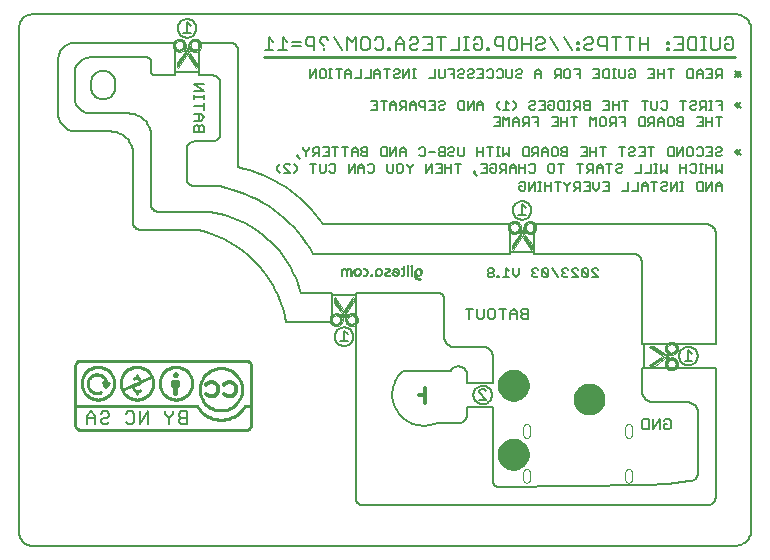
<source format=gbo>
G75*
G70*
%OFA0B0*%
%FSLAX24Y24*%
%IPPOS*%
%LPD*%
%AMOC8*
5,1,8,0,0,1.08239X$1,22.5*
%
%ADD10C,0.0050*%
%ADD11C,0.0080*%
%ADD12C,0.0100*%
%ADD13C,0.0060*%
%ADD14C,0.0004*%
%ADD15C,0.0120*%
%ADD16C,0.0020*%
%ADD17C,0.0040*%
D10*
X000929Y000534D02*
X024328Y000534D01*
X024327Y000533D02*
X024374Y000530D01*
X024420Y000531D01*
X024466Y000536D01*
X024512Y000544D01*
X024556Y000557D01*
X024600Y000573D01*
X024642Y000592D01*
X024682Y000615D01*
X024720Y000641D01*
X024756Y000671D01*
X024790Y000703D01*
X024821Y000737D01*
X024848Y000775D01*
X024873Y000814D01*
X024894Y000855D01*
X024912Y000898D01*
X024926Y000942D01*
X024936Y000987D01*
X024943Y001033D01*
X024943Y001034D02*
X024943Y017752D01*
X024943Y017753D02*
X024936Y017798D01*
X024926Y017844D01*
X024911Y017888D01*
X024894Y017930D01*
X024872Y017971D01*
X024848Y018011D01*
X024820Y018048D01*
X024789Y018082D01*
X024756Y018114D01*
X024720Y018143D01*
X024682Y018170D01*
X024641Y018192D01*
X024599Y018212D01*
X024556Y018228D01*
X024511Y018240D01*
X024466Y018248D01*
X024420Y018253D01*
X024374Y018254D01*
X024327Y018251D01*
X024328Y018250D02*
X000929Y018250D01*
X000930Y018250D02*
X000889Y018243D01*
X000849Y018233D01*
X000809Y018219D01*
X000772Y018201D01*
X000736Y018180D01*
X000702Y018156D01*
X000671Y018129D01*
X000642Y018099D01*
X000616Y018066D01*
X000593Y018032D01*
X000574Y017995D01*
X000558Y017956D01*
X000546Y017917D01*
X000537Y017876D01*
X000532Y017835D01*
X000531Y017793D01*
X000534Y017752D01*
X000534Y001034D01*
X000531Y000993D01*
X000532Y000951D01*
X000537Y000910D01*
X000545Y000869D01*
X000558Y000829D01*
X000574Y000791D01*
X000593Y000754D01*
X000616Y000719D01*
X000642Y000686D01*
X000670Y000656D01*
X000702Y000629D01*
X000736Y000604D01*
X000772Y000583D01*
X000809Y000565D01*
X000848Y000551D01*
X000889Y000541D01*
X000930Y000534D01*
X009437Y007981D02*
X009399Y008165D01*
X009352Y008348D01*
X009296Y008528D01*
X009232Y008705D01*
X009159Y008878D01*
X009077Y009048D01*
X008988Y009214D01*
X008890Y009375D01*
X008785Y009532D01*
X008672Y009683D01*
X008552Y009828D01*
X008425Y009967D01*
X008291Y010100D01*
X008151Y010226D01*
X008005Y010345D01*
X007854Y010457D01*
X007697Y010562D01*
X007535Y010659D01*
X007369Y010747D01*
X007199Y010828D01*
X007025Y010900D01*
X006847Y010964D01*
X006667Y011019D01*
X006484Y011065D01*
X004578Y011065D01*
X004548Y011067D01*
X004518Y011072D01*
X004489Y011081D01*
X004462Y011094D01*
X004436Y011109D01*
X004412Y011128D01*
X004391Y011149D01*
X004372Y011173D01*
X004357Y011199D01*
X004344Y011226D01*
X004335Y011255D01*
X004330Y011285D01*
X004328Y011315D01*
X004328Y013595D01*
X004326Y013649D01*
X004320Y013702D01*
X004311Y013754D01*
X004298Y013806D01*
X004281Y013857D01*
X004260Y013907D01*
X004236Y013954D01*
X004209Y014000D01*
X004178Y014044D01*
X004145Y014086D01*
X004108Y014125D01*
X004069Y014162D01*
X004027Y014195D01*
X003983Y014226D01*
X003937Y014253D01*
X003890Y014277D01*
X003840Y014298D01*
X003789Y014315D01*
X003737Y014328D01*
X003685Y014337D01*
X003632Y014343D01*
X003578Y014345D01*
X002387Y014345D01*
X002341Y014350D01*
X002296Y014359D01*
X002251Y014371D01*
X002207Y014386D01*
X002165Y014405D01*
X002124Y014428D01*
X002085Y014453D01*
X002048Y014481D01*
X002014Y014512D01*
X001982Y014546D01*
X001953Y014582D01*
X001927Y014621D01*
X001903Y014661D01*
X001884Y014703D01*
X001867Y014746D01*
X001854Y014791D01*
X001844Y014836D01*
X001838Y014882D01*
X001836Y014928D01*
X001837Y014975D01*
X001837Y016756D01*
X001839Y016801D01*
X001845Y016847D01*
X001854Y016891D01*
X001867Y016935D01*
X001883Y016977D01*
X001903Y017018D01*
X001927Y017057D01*
X001953Y017094D01*
X001982Y017129D01*
X002014Y017161D01*
X002049Y017190D01*
X002086Y017216D01*
X002125Y017240D01*
X002166Y017260D01*
X002208Y017276D01*
X002252Y017289D01*
X002296Y017298D01*
X002342Y017304D01*
X002387Y017306D01*
X005733Y017306D01*
X005733Y016215D01*
X005078Y016215D01*
X005055Y016217D01*
X005032Y016222D01*
X005010Y016231D01*
X004990Y016244D01*
X004972Y016259D01*
X004957Y016277D01*
X004944Y016297D01*
X004935Y016319D01*
X004930Y016342D01*
X004928Y016365D01*
X004928Y016665D01*
X004926Y016688D01*
X004921Y016711D01*
X004912Y016733D01*
X004899Y016753D01*
X004884Y016771D01*
X004866Y016786D01*
X004846Y016799D01*
X004824Y016808D01*
X004801Y016813D01*
X004778Y016815D01*
X002928Y016815D01*
X002883Y016813D01*
X002837Y016807D01*
X002793Y016798D01*
X002749Y016785D01*
X002707Y016769D01*
X002666Y016749D01*
X002627Y016725D01*
X002590Y016699D01*
X002555Y016670D01*
X002523Y016638D01*
X002494Y016603D01*
X002468Y016566D01*
X002444Y016527D01*
X002424Y016486D01*
X002408Y016444D01*
X002395Y016400D01*
X002386Y016356D01*
X002380Y016310D01*
X002378Y016265D01*
X002378Y015495D01*
X002380Y015450D01*
X002386Y015404D01*
X002395Y015360D01*
X002408Y015316D01*
X002424Y015274D01*
X002444Y015233D01*
X002468Y015194D01*
X002494Y015157D01*
X002523Y015122D01*
X002555Y015090D01*
X002590Y015061D01*
X002627Y015035D01*
X002666Y015011D01*
X002707Y014991D01*
X002749Y014975D01*
X002793Y014962D01*
X002837Y014953D01*
X002883Y014947D01*
X002928Y014945D01*
X004178Y014945D01*
X004232Y014943D01*
X004285Y014937D01*
X004337Y014928D01*
X004389Y014915D01*
X004440Y014898D01*
X004490Y014877D01*
X004537Y014853D01*
X004583Y014826D01*
X004627Y014795D01*
X004669Y014762D01*
X004708Y014725D01*
X004745Y014686D01*
X004778Y014644D01*
X004809Y014600D01*
X004836Y014554D01*
X004860Y014507D01*
X004881Y014457D01*
X004898Y014406D01*
X004911Y014354D01*
X004920Y014302D01*
X004926Y014249D01*
X004928Y014195D01*
X004928Y011915D01*
X004930Y011885D01*
X004935Y011855D01*
X004944Y011826D01*
X004957Y011799D01*
X004972Y011773D01*
X004991Y011749D01*
X005012Y011728D01*
X005036Y011709D01*
X005062Y011694D01*
X005089Y011681D01*
X005118Y011672D01*
X005148Y011667D01*
X005178Y011665D01*
X006878Y011665D01*
X007228Y012515D02*
X006378Y012515D01*
X006348Y012517D01*
X006318Y012522D01*
X006289Y012531D01*
X006262Y012544D01*
X006236Y012559D01*
X006212Y012578D01*
X006191Y012599D01*
X006172Y012623D01*
X006157Y012649D01*
X006144Y012676D01*
X006135Y012705D01*
X006130Y012735D01*
X006128Y012765D01*
X006128Y013765D01*
X006130Y013795D01*
X006135Y013825D01*
X006144Y013854D01*
X006157Y013881D01*
X006172Y013907D01*
X006191Y013931D01*
X006212Y013952D01*
X006236Y013971D01*
X006262Y013986D01*
X006289Y013999D01*
X006318Y014008D01*
X006348Y014013D01*
X006378Y014015D01*
X006978Y014015D01*
X007008Y014017D01*
X007038Y014022D01*
X007067Y014031D01*
X007094Y014044D01*
X007120Y014059D01*
X007144Y014078D01*
X007165Y014099D01*
X007184Y014123D01*
X007199Y014149D01*
X007212Y014176D01*
X007221Y014205D01*
X007226Y014235D01*
X007228Y014265D01*
X007228Y015965D01*
X007226Y015995D01*
X007221Y016025D01*
X007212Y016054D01*
X007199Y016081D01*
X007184Y016107D01*
X007165Y016131D01*
X007144Y016152D01*
X007120Y016171D01*
X007094Y016186D01*
X007067Y016199D01*
X007038Y016208D01*
X007008Y016213D01*
X006978Y016215D01*
X006521Y016215D01*
X006521Y017306D01*
X007568Y017306D01*
X007569Y017306D02*
X007599Y017304D01*
X007628Y017299D01*
X007657Y017291D01*
X007684Y017279D01*
X007710Y017263D01*
X007734Y017245D01*
X007755Y017224D01*
X007774Y017201D01*
X007790Y017175D01*
X007802Y017148D01*
X007811Y017119D01*
X007817Y017090D01*
X007819Y017060D01*
X007818Y017060D02*
X007818Y013156D01*
X009141Y013171D02*
X009141Y013071D01*
X009241Y012971D01*
X009363Y012971D02*
X009563Y012971D01*
X009363Y013171D01*
X009363Y013221D01*
X009413Y013271D01*
X009513Y013271D01*
X009563Y013221D01*
X009678Y013271D02*
X009778Y013171D01*
X009778Y013071D01*
X009678Y012971D01*
X009241Y013271D02*
X009141Y013171D01*
X009786Y013521D02*
X009836Y013521D01*
X009836Y013571D01*
X009786Y013571D01*
X009786Y013521D01*
X009886Y013421D01*
X010108Y013521D02*
X010108Y013671D01*
X010008Y013771D01*
X010008Y013821D01*
X010108Y013671D02*
X010208Y013771D01*
X010208Y013821D01*
X010330Y013771D02*
X010330Y013671D01*
X010380Y013621D01*
X010531Y013621D01*
X010531Y013521D02*
X010531Y013821D01*
X010380Y013821D01*
X010330Y013771D01*
X010430Y013621D02*
X010330Y013521D01*
X010323Y013271D02*
X010323Y012971D01*
X010545Y013021D02*
X010545Y013271D01*
X010423Y013271D02*
X010222Y013271D01*
X010545Y013021D02*
X010595Y012971D01*
X010695Y012971D01*
X010745Y013021D01*
X010745Y013271D01*
X010867Y013221D02*
X010917Y013271D01*
X011017Y013271D01*
X011067Y013221D01*
X011067Y013021D01*
X011017Y012971D01*
X010917Y012971D01*
X010867Y013021D01*
X010853Y013521D02*
X010653Y013521D01*
X010753Y013671D02*
X010853Y013671D01*
X010853Y013821D02*
X010853Y013521D01*
X011075Y013521D02*
X011075Y013821D01*
X011175Y013821D02*
X010975Y013821D01*
X010853Y013821D02*
X010653Y013821D01*
X011297Y013821D02*
X011497Y013821D01*
X011397Y013821D02*
X011397Y013521D01*
X011619Y013521D02*
X011619Y013721D01*
X011720Y013821D01*
X011820Y013721D01*
X011820Y013521D01*
X011942Y013571D02*
X011992Y013521D01*
X012142Y013521D01*
X012142Y013821D01*
X011992Y013821D01*
X011942Y013771D01*
X011942Y013721D01*
X011992Y013671D01*
X012142Y013671D01*
X011992Y013671D02*
X011942Y013621D01*
X011942Y013571D01*
X011820Y013671D02*
X011619Y013671D01*
X011712Y013271D02*
X011512Y012971D01*
X011512Y013271D01*
X011712Y013271D02*
X011712Y012971D01*
X011834Y012971D02*
X011834Y013171D01*
X011934Y013271D01*
X012034Y013171D01*
X012034Y012971D01*
X012156Y013021D02*
X012206Y012971D01*
X012306Y012971D01*
X012356Y013021D01*
X012356Y013221D01*
X012306Y013271D01*
X012206Y013271D01*
X012156Y013221D01*
X012034Y013121D02*
X011834Y013121D01*
X012586Y013571D02*
X012586Y013771D01*
X012636Y013821D01*
X012786Y013821D01*
X012786Y013521D01*
X012636Y013521D01*
X012586Y013571D01*
X012909Y013521D02*
X012909Y013821D01*
X013109Y013821D02*
X012909Y013521D01*
X013109Y013521D02*
X013109Y013821D01*
X013231Y013721D02*
X013231Y013521D01*
X013231Y013671D02*
X013431Y013671D01*
X013431Y013721D02*
X013431Y013521D01*
X013445Y013271D02*
X013445Y013221D01*
X013545Y013121D01*
X013545Y012971D01*
X013545Y013121D02*
X013645Y013221D01*
X013645Y013271D01*
X013323Y013221D02*
X013323Y013021D01*
X013273Y012971D01*
X013173Y012971D01*
X013123Y013021D01*
X013123Y013221D01*
X013173Y013271D01*
X013273Y013271D01*
X013323Y013221D01*
X013001Y013271D02*
X013001Y013021D01*
X012951Y012971D01*
X012851Y012971D01*
X012801Y013021D01*
X012801Y013271D01*
X013231Y013721D02*
X013331Y013821D01*
X013431Y013721D01*
X013875Y013771D02*
X013925Y013821D01*
X014026Y013821D01*
X014076Y013771D01*
X014076Y013571D01*
X014026Y013521D01*
X013925Y013521D01*
X013875Y013571D01*
X014198Y013671D02*
X014398Y013671D01*
X014520Y013621D02*
X014520Y013571D01*
X014570Y013521D01*
X014720Y013521D01*
X014720Y013821D01*
X014570Y013821D01*
X014520Y013771D01*
X014520Y013721D01*
X014570Y013671D01*
X014720Y013671D01*
X014842Y013621D02*
X014842Y013571D01*
X014892Y013521D01*
X014992Y013521D01*
X015042Y013571D01*
X014992Y013671D02*
X015042Y013721D01*
X015042Y013771D01*
X014992Y013821D01*
X014892Y013821D01*
X014842Y013771D01*
X014892Y013671D02*
X014842Y013621D01*
X014892Y013671D02*
X014992Y013671D01*
X015164Y013571D02*
X015215Y013521D01*
X015315Y013521D01*
X015365Y013571D01*
X015365Y013821D01*
X015164Y013821D02*
X015164Y013571D01*
X015157Y013271D02*
X015157Y012971D01*
X014934Y012971D02*
X014934Y013271D01*
X015057Y013271D02*
X015257Y013271D01*
X014934Y013121D02*
X014734Y013121D01*
X014612Y013121D02*
X014512Y013121D01*
X014612Y012971D02*
X014412Y012971D01*
X014290Y012971D02*
X014290Y013271D01*
X014090Y012971D01*
X014090Y013271D01*
X014412Y013271D02*
X014612Y013271D01*
X014612Y012971D01*
X014734Y012971D02*
X014734Y013271D01*
X014520Y013621D02*
X014570Y013671D01*
X015694Y013021D02*
X015744Y013021D01*
X015744Y012971D01*
X015694Y012971D01*
X015694Y013021D01*
X015694Y012971D02*
X015794Y012871D01*
X015916Y012971D02*
X016116Y012971D01*
X016116Y013271D01*
X015916Y013271D01*
X016016Y013121D02*
X016116Y013121D01*
X016238Y013121D02*
X016338Y013121D01*
X016238Y013121D02*
X016238Y013021D01*
X016288Y012971D01*
X016388Y012971D01*
X016438Y013021D01*
X016438Y013221D01*
X016388Y013271D01*
X016288Y013271D01*
X016238Y013221D01*
X016231Y013521D02*
X016231Y013821D01*
X016331Y013821D02*
X016131Y013821D01*
X016009Y013821D02*
X016009Y013521D01*
X016009Y013671D02*
X015809Y013671D01*
X015809Y013821D02*
X015809Y013521D01*
X016446Y013521D02*
X016546Y013521D01*
X016496Y013521D02*
X016496Y013821D01*
X016546Y013821D02*
X016446Y013821D01*
X016668Y013821D02*
X016668Y013521D01*
X016769Y013621D01*
X016869Y013521D01*
X016869Y013821D01*
X017313Y013771D02*
X017313Y013571D01*
X017363Y013521D01*
X017513Y013521D01*
X017513Y013821D01*
X017363Y013821D01*
X017313Y013771D01*
X017635Y013771D02*
X017635Y013671D01*
X017685Y013621D01*
X017835Y013621D01*
X017735Y013621D02*
X017635Y013521D01*
X017835Y013521D02*
X017835Y013821D01*
X017685Y013821D01*
X017635Y013771D01*
X017958Y013721D02*
X017958Y013521D01*
X017958Y013671D02*
X018158Y013671D01*
X018158Y013721D02*
X018058Y013821D01*
X017958Y013721D01*
X018158Y013721D02*
X018158Y013521D01*
X018280Y013571D02*
X018330Y013521D01*
X018430Y013521D01*
X018480Y013571D01*
X018480Y013771D01*
X018430Y013821D01*
X018330Y013821D01*
X018280Y013771D01*
X018280Y013571D01*
X018322Y013271D02*
X018372Y013221D01*
X018372Y013021D01*
X018322Y012971D01*
X018222Y012971D01*
X018172Y013021D01*
X018172Y013221D01*
X018222Y013271D01*
X018322Y013271D01*
X018494Y013271D02*
X018694Y013271D01*
X018594Y013271D02*
X018594Y012971D01*
X018587Y012671D02*
X018387Y012671D01*
X018487Y012671D02*
X018487Y012371D01*
X018265Y012371D02*
X018265Y012671D01*
X018265Y012521D02*
X018064Y012521D01*
X018064Y012671D02*
X018064Y012371D01*
X017942Y012371D02*
X017842Y012371D01*
X017892Y012371D02*
X017892Y012671D01*
X017942Y012671D02*
X017842Y012671D01*
X017728Y012671D02*
X017527Y012371D01*
X017527Y012671D01*
X017405Y012621D02*
X017405Y012421D01*
X017355Y012371D01*
X017255Y012371D01*
X017205Y012421D01*
X017205Y012521D01*
X017305Y012521D01*
X017205Y012621D02*
X017255Y012671D01*
X017355Y012671D01*
X017405Y012621D01*
X017728Y012671D02*
X017728Y012371D01*
X017678Y012971D02*
X017577Y012971D01*
X017527Y013021D01*
X017405Y012971D02*
X017405Y013271D01*
X017527Y013221D02*
X017577Y013271D01*
X017678Y013271D01*
X017728Y013221D01*
X017728Y013021D01*
X017678Y012971D01*
X017405Y013121D02*
X017205Y013121D01*
X017083Y013121D02*
X016883Y013121D01*
X016883Y013171D02*
X016883Y012971D01*
X016761Y012971D02*
X016761Y013271D01*
X016611Y013271D01*
X016561Y013221D01*
X016561Y013121D01*
X016611Y013071D01*
X016761Y013071D01*
X016661Y013071D02*
X016561Y012971D01*
X016883Y013171D02*
X016983Y013271D01*
X017083Y013171D01*
X017083Y012971D01*
X017205Y012971D02*
X017205Y013271D01*
X018602Y013571D02*
X018652Y013521D01*
X018802Y013521D01*
X018802Y013821D01*
X018652Y013821D01*
X018602Y013771D01*
X018602Y013721D01*
X018652Y013671D01*
X018802Y013671D01*
X018652Y013671D02*
X018602Y013621D01*
X018602Y013571D01*
X019139Y013271D02*
X019339Y013271D01*
X019239Y013271D02*
X019239Y012971D01*
X019461Y012971D02*
X019561Y013071D01*
X019511Y013071D02*
X019661Y013071D01*
X019661Y012971D02*
X019661Y013271D01*
X019511Y013271D01*
X019461Y013221D01*
X019461Y013121D01*
X019511Y013071D01*
X019783Y013121D02*
X019983Y013121D01*
X019983Y013171D02*
X019983Y012971D01*
X019783Y012971D02*
X019783Y013171D01*
X019883Y013271D01*
X019983Y013171D01*
X020106Y013271D02*
X020306Y013271D01*
X020206Y013271D02*
X020206Y012971D01*
X020428Y013021D02*
X020478Y012971D01*
X020578Y012971D01*
X020628Y013021D01*
X020578Y013121D02*
X020478Y013121D01*
X020428Y013071D01*
X020428Y013021D01*
X020578Y013121D02*
X020628Y013171D01*
X020628Y013221D01*
X020578Y013271D01*
X020478Y013271D01*
X020428Y013221D01*
X020636Y013521D02*
X020636Y013821D01*
X020736Y013821D02*
X020536Y013821D01*
X020858Y013771D02*
X020908Y013821D01*
X021008Y013821D01*
X021058Y013771D01*
X021058Y013721D01*
X021008Y013671D01*
X020908Y013671D01*
X020858Y013621D01*
X020858Y013571D01*
X020908Y013521D01*
X021008Y013521D01*
X021058Y013571D01*
X021180Y013521D02*
X021380Y013521D01*
X021380Y013821D01*
X021180Y013821D01*
X021280Y013671D02*
X021380Y013671D01*
X021503Y013821D02*
X021703Y013821D01*
X021603Y013821D02*
X021603Y013521D01*
X021595Y013271D02*
X021595Y012971D01*
X021395Y012971D01*
X021273Y012971D02*
X021072Y012971D01*
X021273Y012971D02*
X021273Y013271D01*
X021710Y013271D02*
X021810Y013271D01*
X021760Y013271D02*
X021760Y012971D01*
X021810Y012971D02*
X021710Y012971D01*
X021932Y012971D02*
X021932Y013271D01*
X022132Y013271D02*
X022132Y012971D01*
X022032Y013071D01*
X021932Y012971D01*
X021982Y012671D02*
X022082Y012671D01*
X022132Y012621D01*
X022132Y012571D01*
X022082Y012521D01*
X021982Y012521D01*
X021932Y012471D01*
X021932Y012421D01*
X021982Y012371D01*
X022082Y012371D01*
X022132Y012421D01*
X022254Y012371D02*
X022254Y012671D01*
X022454Y012671D02*
X022254Y012371D01*
X022454Y012371D02*
X022454Y012671D01*
X022569Y012671D02*
X022669Y012671D01*
X022619Y012671D02*
X022619Y012371D01*
X022669Y012371D02*
X022569Y012371D01*
X023113Y012421D02*
X023113Y012621D01*
X023164Y012671D01*
X023314Y012671D01*
X023314Y012371D01*
X023164Y012371D01*
X023113Y012421D01*
X023436Y012371D02*
X023436Y012671D01*
X023636Y012671D02*
X023436Y012371D01*
X023636Y012371D02*
X023636Y012671D01*
X023758Y012571D02*
X023758Y012371D01*
X023758Y012521D02*
X023958Y012521D01*
X023958Y012571D02*
X023858Y012671D01*
X023758Y012571D01*
X023958Y012571D02*
X023958Y012371D01*
X023958Y012971D02*
X023858Y013071D01*
X023758Y012971D01*
X023758Y013271D01*
X023636Y013271D02*
X023636Y012971D01*
X023636Y013121D02*
X023436Y013121D01*
X023436Y013271D02*
X023436Y012971D01*
X023314Y012971D02*
X023214Y012971D01*
X023264Y012971D02*
X023264Y013271D01*
X023314Y013271D02*
X023214Y013271D01*
X023099Y013221D02*
X023099Y013021D01*
X023049Y012971D01*
X022949Y012971D01*
X022899Y013021D01*
X022777Y012971D02*
X022777Y013271D01*
X022899Y013221D02*
X022949Y013271D01*
X023049Y013271D01*
X023099Y013221D01*
X023164Y013521D02*
X023114Y013571D01*
X023164Y013521D02*
X023264Y013521D01*
X023314Y013571D01*
X023314Y013771D01*
X023264Y013821D01*
X023164Y013821D01*
X023114Y013771D01*
X022992Y013771D02*
X022992Y013571D01*
X022942Y013521D01*
X022842Y013521D01*
X022792Y013571D01*
X022792Y013771D01*
X022842Y013821D01*
X022942Y013821D01*
X022992Y013771D01*
X023436Y013821D02*
X023636Y013821D01*
X023636Y013521D01*
X023436Y013521D01*
X023536Y013671D02*
X023636Y013671D01*
X023758Y013621D02*
X023758Y013571D01*
X023809Y013521D01*
X023909Y013521D01*
X023959Y013571D01*
X023909Y013671D02*
X023959Y013721D01*
X023959Y013771D01*
X023909Y013821D01*
X023809Y013821D01*
X023758Y013771D01*
X023809Y013671D02*
X023758Y013621D01*
X023809Y013671D02*
X023909Y013671D01*
X023958Y013271D02*
X023958Y012971D01*
X024503Y013571D02*
X024403Y013671D01*
X024503Y013771D01*
X024603Y013771D02*
X024503Y013671D01*
X024603Y013571D01*
X023858Y014521D02*
X023858Y014821D01*
X023958Y014821D02*
X023758Y014821D01*
X023636Y014821D02*
X023636Y014521D01*
X023636Y014671D02*
X023436Y014671D01*
X023314Y014671D02*
X023214Y014671D01*
X023314Y014821D02*
X023314Y014521D01*
X023113Y014521D01*
X023113Y014821D02*
X023314Y014821D01*
X023436Y014821D02*
X023436Y014521D01*
X023422Y015071D02*
X023422Y015371D01*
X023271Y015371D01*
X023221Y015321D01*
X023221Y015221D01*
X023271Y015171D01*
X023422Y015171D01*
X023321Y015171D02*
X023221Y015071D01*
X023099Y015121D02*
X023049Y015071D01*
X022949Y015071D01*
X022899Y015121D01*
X022899Y015171D01*
X022949Y015221D01*
X023049Y015221D01*
X023099Y015271D01*
X023099Y015321D01*
X023049Y015371D01*
X022949Y015371D01*
X022899Y015321D01*
X022777Y015371D02*
X022577Y015371D01*
X022677Y015371D02*
X022677Y015071D01*
X022669Y014821D02*
X022519Y014821D01*
X022469Y014771D01*
X022469Y014721D01*
X022519Y014671D01*
X022669Y014671D01*
X022669Y014521D02*
X022669Y014821D01*
X022519Y014671D02*
X022469Y014621D01*
X022469Y014571D01*
X022519Y014521D01*
X022669Y014521D01*
X022347Y014571D02*
X022347Y014771D01*
X022297Y014821D01*
X022197Y014821D01*
X022147Y014771D01*
X022147Y014571D01*
X022197Y014521D01*
X022297Y014521D01*
X022347Y014571D01*
X022025Y014521D02*
X022025Y014721D01*
X021924Y014821D01*
X021824Y014721D01*
X021824Y014521D01*
X021702Y014521D02*
X021702Y014821D01*
X021552Y014821D01*
X021502Y014771D01*
X021502Y014671D01*
X021552Y014621D01*
X021702Y014621D01*
X021602Y014621D02*
X021502Y014521D01*
X021380Y014521D02*
X021380Y014821D01*
X021230Y014821D01*
X021180Y014771D01*
X021180Y014571D01*
X021230Y014521D01*
X021380Y014521D01*
X021824Y014671D02*
X022025Y014671D01*
X021982Y015071D02*
X021932Y015121D01*
X021982Y015071D02*
X022082Y015071D01*
X022132Y015121D01*
X022132Y015321D01*
X022082Y015371D01*
X021982Y015371D01*
X021932Y015321D01*
X021810Y015371D02*
X021810Y015121D01*
X021760Y015071D01*
X021660Y015071D01*
X021610Y015121D01*
X021610Y015371D01*
X021488Y015371D02*
X021288Y015371D01*
X021388Y015371D02*
X021388Y015071D01*
X020843Y015371D02*
X020643Y015371D01*
X020743Y015371D02*
X020743Y015071D01*
X020521Y015071D02*
X020521Y015371D01*
X020521Y015221D02*
X020321Y015221D01*
X020199Y015221D02*
X020099Y015221D01*
X020199Y015071D02*
X019999Y015071D01*
X020199Y015071D02*
X020199Y015371D01*
X019999Y015371D01*
X020321Y015371D02*
X020321Y015071D01*
X020263Y014821D02*
X020213Y014771D01*
X020213Y014671D01*
X020263Y014621D01*
X020413Y014621D01*
X020413Y014521D02*
X020413Y014821D01*
X020263Y014821D01*
X020091Y014771D02*
X020091Y014571D01*
X020041Y014521D01*
X019941Y014521D01*
X019891Y014571D01*
X019891Y014771D01*
X019941Y014821D01*
X020041Y014821D01*
X020091Y014771D01*
X020313Y014621D02*
X020213Y014521D01*
X020535Y014821D02*
X020735Y014821D01*
X020735Y014521D01*
X020735Y014671D02*
X020635Y014671D01*
X019769Y014521D02*
X019769Y014821D01*
X019669Y014721D01*
X019568Y014821D01*
X019568Y014521D01*
X019124Y014821D02*
X018924Y014821D01*
X019024Y014821D02*
X019024Y014521D01*
X018802Y014521D02*
X018802Y014821D01*
X018802Y014671D02*
X018602Y014671D01*
X018480Y014671D02*
X018379Y014671D01*
X018480Y014521D02*
X018279Y014521D01*
X018480Y014521D02*
X018480Y014821D01*
X018279Y014821D01*
X017835Y014821D02*
X017835Y014521D01*
X017835Y014671D02*
X017735Y014671D01*
X017835Y014821D02*
X017635Y014821D01*
X017513Y014821D02*
X017513Y014521D01*
X017513Y014621D02*
X017363Y014621D01*
X017313Y014671D01*
X017313Y014771D01*
X017363Y014821D01*
X017513Y014821D01*
X017413Y014621D02*
X017313Y014521D01*
X017190Y014521D02*
X017190Y014721D01*
X017090Y014821D01*
X016990Y014721D01*
X016990Y014521D01*
X016868Y014521D02*
X016868Y014821D01*
X016768Y014721D01*
X016668Y014821D01*
X016668Y014521D01*
X016546Y014521D02*
X016546Y014821D01*
X016346Y014821D01*
X016446Y014671D02*
X016546Y014671D01*
X016546Y014521D02*
X016346Y014521D01*
X016990Y014671D02*
X017190Y014671D01*
X016983Y015071D02*
X017083Y015171D01*
X017083Y015271D01*
X016983Y015371D01*
X016869Y015271D02*
X016769Y015371D01*
X016769Y015071D01*
X016869Y015071D02*
X016668Y015071D01*
X016546Y015071D02*
X016446Y015171D01*
X016446Y015271D01*
X016546Y015371D01*
X016009Y015271D02*
X016009Y015071D01*
X016009Y015221D02*
X015809Y015221D01*
X015809Y015271D02*
X015809Y015071D01*
X015687Y015071D02*
X015687Y015371D01*
X015487Y015071D01*
X015487Y015371D01*
X015365Y015371D02*
X015215Y015371D01*
X015164Y015321D01*
X015164Y015121D01*
X015215Y015071D01*
X015365Y015071D01*
X015365Y015371D01*
X015809Y015271D02*
X015909Y015371D01*
X016009Y015271D01*
X016009Y016121D02*
X015809Y016121D01*
X015687Y016171D02*
X015637Y016121D01*
X015537Y016121D01*
X015487Y016171D01*
X015487Y016221D01*
X015537Y016271D01*
X015637Y016271D01*
X015687Y016321D01*
X015687Y016371D01*
X015637Y016421D01*
X015537Y016421D01*
X015487Y016371D01*
X015365Y016371D02*
X015365Y016321D01*
X015315Y016271D01*
X015215Y016271D01*
X015164Y016221D01*
X015164Y016171D01*
X015215Y016121D01*
X015315Y016121D01*
X015365Y016171D01*
X015365Y016371D02*
X015315Y016421D01*
X015215Y016421D01*
X015164Y016371D01*
X015042Y016421D02*
X014842Y016421D01*
X014720Y016421D02*
X014720Y016171D01*
X014670Y016121D01*
X014570Y016121D01*
X014520Y016171D01*
X014520Y016421D01*
X014398Y016421D02*
X014398Y016121D01*
X014198Y016121D01*
X013753Y016121D02*
X013653Y016121D01*
X013703Y016121D02*
X013703Y016421D01*
X013753Y016421D02*
X013653Y016421D01*
X013538Y016421D02*
X013338Y016121D01*
X013338Y016421D01*
X013216Y016371D02*
X013216Y016321D01*
X013166Y016271D01*
X013066Y016271D01*
X013016Y016221D01*
X013016Y016171D01*
X013066Y016121D01*
X013166Y016121D01*
X013216Y016171D01*
X013216Y016371D02*
X013166Y016421D01*
X013066Y016421D01*
X013016Y016371D01*
X012894Y016421D02*
X012694Y016421D01*
X012794Y016421D02*
X012794Y016121D01*
X012572Y016121D02*
X012572Y016321D01*
X012472Y016421D01*
X012371Y016321D01*
X012371Y016121D01*
X012249Y016121D02*
X012049Y016121D01*
X011927Y016121D02*
X011727Y016121D01*
X011605Y016121D02*
X011605Y016321D01*
X011505Y016421D01*
X011405Y016321D01*
X011405Y016121D01*
X011405Y016271D02*
X011605Y016271D01*
X011927Y016421D02*
X011927Y016121D01*
X012249Y016121D02*
X012249Y016421D01*
X012371Y016271D02*
X012572Y016271D01*
X013538Y016121D02*
X013538Y016421D01*
X014942Y016271D02*
X015042Y016271D01*
X015042Y016121D02*
X015042Y016421D01*
X015809Y016421D02*
X016009Y016421D01*
X016009Y016121D01*
X016131Y016171D02*
X016181Y016121D01*
X016281Y016121D01*
X016331Y016171D01*
X016331Y016371D01*
X016281Y016421D01*
X016181Y016421D01*
X016131Y016371D01*
X016009Y016271D02*
X015909Y016271D01*
X016454Y016171D02*
X016504Y016121D01*
X016604Y016121D01*
X016654Y016171D01*
X016654Y016371D01*
X016604Y016421D01*
X016504Y016421D01*
X016454Y016371D01*
X016776Y016421D02*
X016776Y016171D01*
X016826Y016121D01*
X016926Y016121D01*
X016976Y016171D01*
X016976Y016421D01*
X017098Y016371D02*
X017148Y016421D01*
X017248Y016421D01*
X017298Y016371D01*
X017298Y016321D01*
X017248Y016271D01*
X017148Y016271D01*
X017098Y016221D01*
X017098Y016171D01*
X017148Y016121D01*
X017248Y016121D01*
X017298Y016171D01*
X017743Y016121D02*
X017743Y016321D01*
X017843Y016421D01*
X017943Y016321D01*
X017943Y016121D01*
X017943Y016271D02*
X017743Y016271D01*
X018387Y016271D02*
X018437Y016221D01*
X018587Y016221D01*
X018487Y016221D02*
X018387Y016121D01*
X018387Y016271D02*
X018387Y016371D01*
X018437Y016421D01*
X018587Y016421D01*
X018587Y016121D01*
X018709Y016171D02*
X018709Y016371D01*
X018760Y016421D01*
X018860Y016421D01*
X018910Y016371D01*
X018910Y016171D01*
X018860Y016121D01*
X018760Y016121D01*
X018709Y016171D01*
X019032Y016421D02*
X019232Y016421D01*
X019232Y016121D01*
X019232Y016271D02*
X019132Y016271D01*
X019676Y016121D02*
X019876Y016121D01*
X019876Y016421D01*
X019676Y016421D01*
X019776Y016271D02*
X019876Y016271D01*
X019999Y016171D02*
X019999Y016371D01*
X020049Y016421D01*
X020199Y016421D01*
X020199Y016121D01*
X020049Y016121D01*
X019999Y016171D01*
X020314Y016121D02*
X020414Y016121D01*
X020364Y016121D02*
X020364Y016421D01*
X020414Y016421D02*
X020314Y016421D01*
X020536Y016421D02*
X020536Y016171D01*
X020586Y016121D01*
X020686Y016121D01*
X020736Y016171D01*
X020736Y016421D01*
X020858Y016371D02*
X020908Y016421D01*
X021008Y016421D01*
X021058Y016371D01*
X021058Y016171D01*
X021008Y016121D01*
X020908Y016121D01*
X020858Y016171D01*
X020858Y016271D01*
X020958Y016271D01*
X021503Y016121D02*
X021703Y016121D01*
X021703Y016421D01*
X021503Y016421D01*
X021603Y016271D02*
X021703Y016271D01*
X021825Y016271D02*
X022025Y016271D01*
X022025Y016121D02*
X022025Y016421D01*
X022147Y016421D02*
X022347Y016421D01*
X022247Y016421D02*
X022247Y016121D01*
X021825Y016121D02*
X021825Y016421D01*
X022792Y016371D02*
X022792Y016171D01*
X022842Y016121D01*
X022992Y016121D01*
X022992Y016421D01*
X022842Y016421D01*
X022792Y016371D01*
X023114Y016321D02*
X023114Y016121D01*
X023114Y016271D02*
X023314Y016271D01*
X023314Y016321D02*
X023214Y016421D01*
X023114Y016321D01*
X023314Y016321D02*
X023314Y016121D01*
X023436Y016121D02*
X023636Y016121D01*
X023636Y016421D01*
X023436Y016421D01*
X023536Y016271D02*
X023636Y016271D01*
X023758Y016271D02*
X023758Y016371D01*
X023809Y016421D01*
X023959Y016421D01*
X023959Y016121D01*
X023959Y016221D02*
X023809Y016221D01*
X023758Y016271D01*
X023859Y016221D02*
X023758Y016121D01*
X024403Y016171D02*
X024603Y016371D01*
X024603Y016271D02*
X024403Y016271D01*
X024403Y016371D02*
X024603Y016171D01*
X024503Y016171D02*
X024503Y016371D01*
X024503Y015321D02*
X024403Y015221D01*
X024503Y015121D01*
X024503Y015221D02*
X024603Y015121D01*
X024503Y015221D02*
X024603Y015321D01*
X023959Y015371D02*
X023959Y015071D01*
X023959Y015221D02*
X023859Y015221D01*
X023959Y015371D02*
X023758Y015371D01*
X023636Y015371D02*
X023536Y015371D01*
X023586Y015371D02*
X023586Y015071D01*
X023636Y015071D02*
X023536Y015071D01*
X022670Y013821D02*
X022469Y013521D01*
X022469Y013821D01*
X022347Y013821D02*
X022197Y013821D01*
X022147Y013771D01*
X022147Y013571D01*
X022197Y013521D01*
X022347Y013521D01*
X022347Y013821D01*
X022670Y013821D02*
X022670Y013521D01*
X022576Y013271D02*
X022576Y012971D01*
X022576Y013121D02*
X022777Y013121D01*
X021982Y012671D02*
X021932Y012621D01*
X021810Y012671D02*
X021610Y012671D01*
X021710Y012671D02*
X021710Y012371D01*
X021487Y012371D02*
X021487Y012571D01*
X021387Y012671D01*
X021287Y012571D01*
X021287Y012371D01*
X021165Y012371D02*
X020965Y012371D01*
X020843Y012371D02*
X020643Y012371D01*
X020843Y012371D02*
X020843Y012671D01*
X021165Y012671D02*
X021165Y012371D01*
X021287Y012521D02*
X021487Y012521D01*
X020198Y012521D02*
X020098Y012521D01*
X020198Y012371D02*
X019998Y012371D01*
X019876Y012471D02*
X019776Y012371D01*
X019676Y012471D01*
X019676Y012671D01*
X019554Y012671D02*
X019554Y012371D01*
X019354Y012371D01*
X019231Y012371D02*
X019231Y012671D01*
X019081Y012671D01*
X019031Y012621D01*
X019031Y012521D01*
X019081Y012471D01*
X019231Y012471D01*
X019131Y012471D02*
X019031Y012371D01*
X018809Y012371D02*
X018809Y012521D01*
X018709Y012621D01*
X018709Y012671D01*
X018809Y012521D02*
X018909Y012621D01*
X018909Y012671D01*
X019354Y012671D02*
X019554Y012671D01*
X019554Y012521D02*
X019454Y012521D01*
X019876Y012471D02*
X019876Y012671D01*
X019998Y012671D02*
X020198Y012671D01*
X020198Y012371D01*
X019991Y013521D02*
X019991Y013821D01*
X020091Y013821D02*
X019891Y013821D01*
X019769Y013821D02*
X019769Y013521D01*
X019769Y013671D02*
X019569Y013671D01*
X019447Y013671D02*
X019347Y013671D01*
X019447Y013521D02*
X019247Y013521D01*
X019447Y013521D02*
X019447Y013821D01*
X019247Y013821D01*
X019569Y013821D02*
X019569Y013521D01*
X018602Y014521D02*
X018602Y014821D01*
X018545Y015071D02*
X018495Y015121D01*
X018495Y015321D01*
X018545Y015371D01*
X018695Y015371D01*
X018695Y015071D01*
X018545Y015071D01*
X018373Y015121D02*
X018323Y015071D01*
X018222Y015071D01*
X018172Y015121D01*
X018172Y015221D01*
X018272Y015221D01*
X018172Y015321D02*
X018222Y015371D01*
X018323Y015371D01*
X018373Y015321D01*
X018373Y015121D01*
X018810Y015071D02*
X018910Y015071D01*
X018860Y015071D02*
X018860Y015371D01*
X018910Y015371D02*
X018810Y015371D01*
X019032Y015321D02*
X019032Y015221D01*
X019082Y015171D01*
X019232Y015171D01*
X019232Y015071D02*
X019232Y015371D01*
X019082Y015371D01*
X019032Y015321D01*
X019132Y015171D02*
X019032Y015071D01*
X019354Y015121D02*
X019404Y015071D01*
X019554Y015071D01*
X019554Y015371D01*
X019404Y015371D01*
X019354Y015321D01*
X019354Y015271D01*
X019404Y015221D01*
X019554Y015221D01*
X019404Y015221D02*
X019354Y015171D01*
X019354Y015121D01*
X018050Y015071D02*
X017850Y015071D01*
X017728Y015121D02*
X017678Y015071D01*
X017578Y015071D01*
X017528Y015121D01*
X017528Y015171D01*
X017578Y015221D01*
X017678Y015221D01*
X017728Y015271D01*
X017728Y015321D01*
X017678Y015371D01*
X017578Y015371D01*
X017528Y015321D01*
X017850Y015371D02*
X018050Y015371D01*
X018050Y015071D01*
X018050Y015221D02*
X017950Y015221D01*
X014720Y015271D02*
X014670Y015221D01*
X014570Y015221D01*
X014520Y015171D01*
X014520Y015121D01*
X014570Y015071D01*
X014670Y015071D01*
X014720Y015121D01*
X014720Y015271D02*
X014720Y015321D01*
X014670Y015371D01*
X014570Y015371D01*
X014520Y015321D01*
X014398Y015371D02*
X014398Y015071D01*
X014198Y015071D01*
X014076Y015071D02*
X014076Y015371D01*
X013925Y015371D01*
X013875Y015321D01*
X013875Y015221D01*
X013925Y015171D01*
X014076Y015171D01*
X014298Y015221D02*
X014398Y015221D01*
X014398Y015371D02*
X014198Y015371D01*
X013753Y015271D02*
X013753Y015071D01*
X013753Y015221D02*
X013553Y015221D01*
X013553Y015271D02*
X013553Y015071D01*
X013431Y015071D02*
X013431Y015371D01*
X013281Y015371D01*
X013231Y015321D01*
X013231Y015221D01*
X013281Y015171D01*
X013431Y015171D01*
X013331Y015171D02*
X013231Y015071D01*
X013109Y015071D02*
X013109Y015271D01*
X013009Y015371D01*
X012909Y015271D01*
X012909Y015071D01*
X012909Y015221D02*
X013109Y015221D01*
X012786Y015371D02*
X012586Y015371D01*
X012686Y015371D02*
X012686Y015071D01*
X012464Y015071D02*
X012464Y015371D01*
X012264Y015371D01*
X012364Y015221D02*
X012464Y015221D01*
X012464Y015071D02*
X012264Y015071D01*
X013553Y015271D02*
X013653Y015371D01*
X013753Y015271D01*
X011282Y016421D02*
X011082Y016421D01*
X011182Y016421D02*
X011182Y016121D01*
X010960Y016121D02*
X010860Y016121D01*
X010910Y016121D02*
X010910Y016421D01*
X010960Y016421D02*
X010860Y016421D01*
X010745Y016371D02*
X010745Y016171D01*
X010695Y016121D01*
X010595Y016121D01*
X010545Y016171D01*
X010545Y016371D01*
X010595Y016421D01*
X010695Y016421D01*
X010745Y016371D01*
X010423Y016421D02*
X010223Y016121D01*
X010223Y016421D01*
X010423Y016421D02*
X010423Y016121D01*
X006521Y016315D02*
X005733Y016315D01*
X006423Y016558D02*
X006437Y016515D01*
X003728Y015965D02*
X003728Y015815D01*
X003726Y015776D01*
X003720Y015737D01*
X003711Y015699D01*
X003698Y015662D01*
X003681Y015626D01*
X003661Y015593D01*
X003637Y015561D01*
X003611Y015532D01*
X003582Y015506D01*
X003550Y015482D01*
X003517Y015462D01*
X003481Y015445D01*
X003444Y015432D01*
X003406Y015423D01*
X003367Y015417D01*
X003328Y015415D01*
X003289Y015417D01*
X003250Y015423D01*
X003212Y015432D01*
X003175Y015445D01*
X003139Y015462D01*
X003106Y015482D01*
X003074Y015506D01*
X003045Y015532D01*
X003019Y015561D01*
X002995Y015593D01*
X002975Y015626D01*
X002958Y015662D01*
X002945Y015699D01*
X002936Y015737D01*
X002930Y015776D01*
X002928Y015815D01*
X002928Y015965D01*
X002930Y016004D01*
X002936Y016043D01*
X002945Y016081D01*
X002958Y016118D01*
X002975Y016154D01*
X002995Y016187D01*
X003019Y016219D01*
X003045Y016248D01*
X003074Y016274D01*
X003106Y016298D01*
X003139Y016318D01*
X003175Y016335D01*
X003212Y016348D01*
X003250Y016357D01*
X003289Y016363D01*
X003328Y016365D01*
X003367Y016363D01*
X003406Y016357D01*
X003444Y016348D01*
X003481Y016335D01*
X003517Y016318D01*
X003550Y016298D01*
X003582Y016274D01*
X003611Y016248D01*
X003637Y016219D01*
X003661Y016187D01*
X003681Y016154D01*
X003698Y016118D01*
X003711Y016081D01*
X003720Y016043D01*
X003726Y016004D01*
X003728Y015965D01*
X010657Y011256D02*
X016908Y011256D01*
X016908Y010259D01*
X010328Y010259D01*
X011709Y009704D02*
X011751Y009754D01*
X011774Y009769D01*
X011836Y009769D01*
X011889Y009734D01*
X011911Y009689D01*
X011911Y009629D01*
X011891Y009591D01*
X011869Y009564D01*
X011836Y009549D01*
X011801Y009541D02*
X011736Y009569D01*
X011704Y009631D01*
X011709Y009704D01*
X011747Y008965D02*
X011747Y002142D01*
X011747Y002141D02*
X011748Y002112D01*
X011752Y002083D01*
X011760Y002054D01*
X011771Y002027D01*
X011786Y002001D01*
X011803Y001977D01*
X011823Y001955D01*
X011846Y001936D01*
X011871Y001920D01*
X011897Y001907D01*
X011925Y001897D01*
X011954Y001891D01*
X011984Y001888D01*
X011983Y001888D02*
X023464Y001888D01*
X023497Y001890D01*
X023530Y001896D01*
X023562Y001905D01*
X023592Y001918D01*
X023621Y001935D01*
X023648Y001954D01*
X023673Y001976D01*
X023695Y002001D01*
X023714Y002028D01*
X023730Y002058D01*
X023742Y002088D01*
X023751Y002120D01*
X023756Y002153D01*
X023758Y002186D01*
X023758Y006464D01*
X021278Y006464D01*
X021278Y005715D01*
X021282Y005676D01*
X021290Y005637D01*
X021301Y005600D01*
X021315Y005563D01*
X021333Y005528D01*
X021355Y005495D01*
X021379Y005464D01*
X021406Y005435D01*
X021435Y005409D01*
X021467Y005386D01*
X021500Y005365D01*
X021536Y005348D01*
X021573Y005334D01*
X021611Y005324D01*
X021649Y005317D01*
X021689Y005314D01*
X021728Y005315D01*
X022828Y005315D01*
X022827Y005316D02*
X022863Y005311D01*
X022899Y005303D01*
X022933Y005291D01*
X022967Y005276D01*
X022998Y005258D01*
X023028Y005237D01*
X023055Y005213D01*
X023080Y005186D01*
X023102Y005157D01*
X023121Y005126D01*
X023137Y005094D01*
X023150Y005059D01*
X023160Y005024D01*
X023166Y004988D01*
X023168Y004952D01*
X023167Y004916D01*
X023167Y004915D02*
X023167Y002977D01*
X023165Y002944D01*
X023160Y002912D01*
X023151Y002880D01*
X023138Y002849D01*
X023122Y002821D01*
X023103Y002794D01*
X023081Y002769D01*
X023056Y002747D01*
X023029Y002728D01*
X023001Y002712D01*
X022970Y002699D01*
X022938Y002690D01*
X022906Y002685D01*
X022873Y002683D01*
X021424Y002565D02*
X016564Y002479D01*
X016534Y002481D01*
X016504Y002486D01*
X016475Y002495D01*
X016448Y002508D01*
X016422Y002523D01*
X016398Y002542D01*
X016377Y002563D01*
X016358Y002587D01*
X016343Y002613D01*
X016330Y002640D01*
X016321Y002669D01*
X016316Y002699D01*
X016314Y002729D01*
X016314Y005167D01*
X015468Y005167D01*
X015468Y004899D01*
X015463Y004867D01*
X015455Y004835D01*
X015443Y004805D01*
X015428Y004776D01*
X015410Y004749D01*
X015389Y004724D01*
X015365Y004701D01*
X015339Y004682D01*
X015311Y004665D01*
X015281Y004652D01*
X015250Y004642D01*
X015218Y004636D01*
X015186Y004633D01*
X015153Y004634D01*
X014444Y004634D01*
X014386Y004609D01*
X014326Y004587D01*
X014265Y004570D01*
X014203Y004556D01*
X014141Y004546D01*
X014078Y004539D01*
X014014Y004537D01*
X013951Y004539D01*
X013887Y004544D01*
X013825Y004553D01*
X013763Y004566D01*
X013701Y004583D01*
X013641Y004604D01*
X013583Y004628D01*
X013526Y004656D01*
X013470Y004687D01*
X013417Y004721D01*
X013366Y004759D01*
X013317Y004800D01*
X013271Y004844D01*
X013228Y004890D01*
X013188Y004939D01*
X013150Y004990D01*
X013116Y005044D01*
X013086Y005099D01*
X013058Y005157D01*
X013035Y005216D01*
X013015Y005276D01*
X012998Y005337D01*
X012986Y005399D01*
X012977Y005462D01*
X012972Y005525D01*
X012971Y005589D01*
X012974Y005652D01*
X012981Y005715D01*
X012991Y005778D01*
X013006Y005840D01*
X013024Y005901D01*
X013046Y005960D01*
X013072Y006018D01*
X013101Y006075D01*
X013133Y006129D01*
X013169Y006182D01*
X013208Y006232D01*
X013249Y006280D01*
X013294Y006325D01*
X013341Y006367D01*
X013342Y006367D02*
X014917Y006367D01*
X014916Y006367D02*
X014935Y006395D01*
X014956Y006421D01*
X014980Y006444D01*
X015007Y006464D01*
X015036Y006481D01*
X015067Y006495D01*
X015099Y006505D01*
X015132Y006511D01*
X015165Y006514D01*
X015199Y006513D01*
X015232Y006508D01*
X015264Y006499D01*
X015296Y006487D01*
X015325Y006471D01*
X015353Y006452D01*
X015378Y006430D01*
X015401Y006406D01*
X015421Y006378D01*
X015437Y006349D01*
X015450Y006318D01*
X015460Y006286D01*
X015466Y006253D01*
X015468Y006220D01*
X015468Y005956D01*
X016314Y005956D01*
X016314Y006881D01*
X016314Y006880D02*
X016310Y006913D01*
X016303Y006944D01*
X016293Y006975D01*
X016279Y007005D01*
X016262Y007032D01*
X016242Y007058D01*
X016219Y007081D01*
X016193Y007101D01*
X016166Y007119D01*
X016137Y007133D01*
X016106Y007144D01*
X016074Y007152D01*
X016042Y007155D01*
X016010Y007156D01*
X016009Y007156D02*
X015014Y007156D01*
X014979Y007160D01*
X014944Y007169D01*
X014910Y007180D01*
X014878Y007195D01*
X014847Y007214D01*
X014819Y007236D01*
X014793Y007260D01*
X014770Y007287D01*
X014749Y007316D01*
X014732Y007348D01*
X014718Y007381D01*
X014708Y007415D01*
X014701Y007450D01*
X014698Y007485D01*
X014699Y007521D01*
X014699Y008765D01*
X014700Y008765D02*
X014697Y008792D01*
X014690Y008819D01*
X014680Y008845D01*
X014666Y008869D01*
X014650Y008891D01*
X014630Y008911D01*
X014609Y008928D01*
X014585Y008942D01*
X014560Y008953D01*
X014533Y008960D01*
X014506Y008964D01*
X014478Y008965D01*
X011747Y008965D01*
X011753Y008896D02*
X010965Y008896D01*
X010960Y008965D02*
X010960Y007981D01*
X009437Y007981D01*
X009928Y008965D02*
X010960Y008965D01*
X011048Y008774D02*
X011062Y008731D01*
X012724Y009604D02*
X012724Y009624D01*
X013784Y009444D02*
X013814Y009424D01*
X016902Y010322D02*
X017690Y010322D01*
X017695Y010259D02*
X017695Y011256D01*
X023428Y011256D01*
X023427Y011256D02*
X023462Y011254D01*
X023497Y011248D01*
X023531Y011238D01*
X023563Y011225D01*
X023594Y011208D01*
X023623Y011189D01*
X023650Y011166D01*
X023674Y011141D01*
X023696Y011114D01*
X023715Y011084D01*
X023730Y011052D01*
X023742Y011019D01*
X023751Y010985D01*
X023756Y010951D01*
X023757Y010916D01*
X023758Y010915D02*
X023758Y007252D01*
X021278Y007252D01*
X021278Y010015D01*
X021276Y010045D01*
X021270Y010074D01*
X021261Y010103D01*
X021248Y010130D01*
X021232Y010155D01*
X021214Y010178D01*
X021192Y010199D01*
X021169Y010217D01*
X021143Y010232D01*
X021116Y010244D01*
X021087Y010253D01*
X021058Y010258D01*
X021028Y010259D01*
X017695Y010259D01*
X017606Y010443D02*
X017592Y010486D01*
X021373Y007252D02*
X021373Y006464D01*
X021574Y006548D02*
X021617Y006562D01*
X019994Y005626D02*
X019107Y005626D01*
X019102Y005619D02*
X019146Y005694D01*
X019203Y005760D01*
X019269Y005815D01*
X019343Y005859D01*
X019424Y005888D01*
X019509Y005903D01*
X019595Y005903D01*
X019680Y005888D01*
X019760Y005859D01*
X019835Y005815D01*
X019901Y005760D01*
X019956Y005693D01*
X019999Y005618D01*
X020028Y005536D01*
X020043Y005450D01*
X020042Y005363D01*
X020026Y005278D01*
X019996Y005196D01*
X019952Y005121D01*
X019896Y005055D01*
X019830Y005000D01*
X019755Y004957D01*
X019675Y004927D01*
X019590Y004913D01*
X019504Y004913D01*
X019419Y004927D01*
X019338Y004957D01*
X019264Y005000D01*
X019198Y005055D01*
X019142Y005122D01*
X019099Y005198D01*
X019070Y005280D01*
X019056Y005365D01*
X019056Y005452D01*
X019072Y005538D01*
X019102Y005619D01*
X019087Y005578D02*
X020013Y005578D01*
X020029Y005529D02*
X019071Y005529D01*
X019062Y005481D02*
X020038Y005481D01*
X020043Y005432D02*
X019056Y005432D01*
X019056Y005384D02*
X020042Y005384D01*
X020037Y005335D02*
X019061Y005335D01*
X019069Y005287D02*
X020028Y005287D01*
X020012Y005238D02*
X019085Y005238D01*
X019104Y005190D02*
X019992Y005190D01*
X019964Y005141D02*
X019132Y005141D01*
X019167Y005093D02*
X019928Y005093D01*
X019883Y005044D02*
X019211Y005044D01*
X019271Y004996D02*
X019823Y004996D01*
X019729Y004947D02*
X019365Y004947D01*
X019135Y005675D02*
X019967Y005675D01*
X019931Y005723D02*
X019171Y005723D01*
X019217Y005772D02*
X019887Y005772D01*
X019827Y005820D02*
X019277Y005820D01*
X019371Y005869D02*
X019732Y005869D01*
X017512Y005869D02*
X016526Y005869D01*
X016526Y005912D02*
X016542Y005998D01*
X016572Y006079D01*
X016616Y006154D01*
X016673Y006220D01*
X016739Y006275D01*
X016813Y006319D01*
X016894Y006348D01*
X016979Y006363D01*
X017065Y006363D01*
X017150Y006348D01*
X017230Y006319D01*
X017305Y006275D01*
X017371Y006220D01*
X017426Y006153D01*
X017469Y006078D01*
X017498Y005996D01*
X017513Y005910D01*
X017512Y005823D01*
X017496Y005738D01*
X017466Y005656D01*
X017422Y005581D01*
X017366Y005515D01*
X017300Y005460D01*
X017225Y005417D01*
X017145Y005387D01*
X017060Y005373D01*
X016974Y005373D01*
X016889Y005387D01*
X016808Y005417D01*
X016734Y005460D01*
X016668Y005515D01*
X016612Y005582D01*
X016569Y005658D01*
X016540Y005740D01*
X016526Y005825D01*
X016526Y005912D01*
X016527Y005917D02*
X017512Y005917D01*
X017503Y005966D02*
X016536Y005966D01*
X016548Y006014D02*
X017492Y006014D01*
X017474Y006063D02*
X016566Y006063D01*
X016591Y006111D02*
X017450Y006111D01*
X017421Y006160D02*
X016621Y006160D01*
X016663Y006208D02*
X017381Y006208D01*
X017327Y006257D02*
X016716Y006257D01*
X016790Y006305D02*
X017253Y006305D01*
X017117Y006354D02*
X016927Y006354D01*
X016527Y005820D02*
X017512Y005820D01*
X017503Y005772D02*
X016535Y005772D01*
X016546Y005723D02*
X017491Y005723D01*
X017473Y005675D02*
X016563Y005675D01*
X016587Y005626D02*
X017448Y005626D01*
X017419Y005578D02*
X016616Y005578D01*
X016656Y005529D02*
X017378Y005529D01*
X017325Y005481D02*
X016709Y005481D01*
X016782Y005432D02*
X017252Y005432D01*
X017123Y005384D02*
X016910Y005384D01*
X016979Y004063D02*
X017065Y004063D01*
X017150Y004048D01*
X017230Y004019D01*
X017305Y003975D01*
X017371Y003920D01*
X017426Y003853D01*
X017469Y003778D01*
X017498Y003696D01*
X017513Y003610D01*
X017512Y003523D01*
X017496Y003438D01*
X017466Y003356D01*
X017422Y003281D01*
X017366Y003215D01*
X017300Y003160D01*
X017225Y003117D01*
X017145Y003087D01*
X017060Y003073D01*
X016974Y003073D01*
X016889Y003087D01*
X016808Y003117D01*
X016734Y003160D01*
X016668Y003215D01*
X016612Y003282D01*
X016569Y003358D01*
X016540Y003440D01*
X016526Y003525D01*
X016526Y003612D01*
X016542Y003698D01*
X016572Y003779D01*
X016616Y003854D01*
X016673Y003920D01*
X016739Y003975D01*
X016813Y004019D01*
X016894Y004048D01*
X016979Y004063D01*
X016833Y004026D02*
X017211Y004026D01*
X017302Y003977D02*
X016742Y003977D01*
X016683Y003929D02*
X017361Y003929D01*
X017404Y003880D02*
X016639Y003880D01*
X016603Y003832D02*
X017438Y003832D01*
X017466Y003783D02*
X016575Y003783D01*
X016556Y003735D02*
X017484Y003735D01*
X017500Y003686D02*
X016540Y003686D01*
X016531Y003638D02*
X017508Y003638D01*
X017513Y003589D02*
X016526Y003589D01*
X016526Y003541D02*
X017512Y003541D01*
X017506Y003492D02*
X016531Y003492D01*
X016540Y003444D02*
X017498Y003444D01*
X017481Y003395D02*
X016556Y003395D01*
X016576Y003347D02*
X017460Y003347D01*
X017432Y003298D02*
X016603Y003298D01*
X016639Y003250D02*
X017395Y003250D01*
X017349Y003201D02*
X016684Y003201D01*
X016746Y003153D02*
X017287Y003153D01*
X017191Y003104D02*
X016843Y003104D01*
X010657Y011256D02*
X010530Y011434D01*
X010394Y011605D01*
X010250Y011770D01*
X010099Y011928D01*
X009940Y012078D01*
X009774Y012221D01*
X009601Y012356D01*
X009422Y012482D01*
X009238Y012599D01*
X009047Y012707D01*
X008852Y012806D01*
X008653Y012896D01*
X008449Y012976D01*
X008242Y013046D01*
X008031Y013106D01*
X007818Y013156D01*
X007228Y012515D02*
X007443Y012468D01*
X007655Y012410D01*
X007864Y012342D01*
X008070Y012264D01*
X008271Y012176D01*
X008469Y012079D01*
X008661Y011972D01*
X008847Y011856D01*
X009028Y011730D01*
X009203Y011597D01*
X009371Y011455D01*
X009532Y011305D01*
X009685Y011147D01*
X009831Y010983D01*
X009968Y010811D01*
X010097Y010633D01*
X010217Y010449D01*
X010328Y010259D01*
X009928Y008965D02*
X009877Y009137D01*
X009818Y009307D01*
X009751Y009474D01*
X009675Y009637D01*
X009592Y009797D01*
X009501Y009952D01*
X009403Y010102D01*
X009298Y010248D01*
X009185Y010388D01*
X009066Y010523D01*
X008941Y010652D01*
X008809Y010774D01*
X008671Y010890D01*
X008528Y010999D01*
X008380Y011101D01*
X008227Y011195D01*
X008070Y011282D01*
X007909Y011362D01*
X007744Y011433D01*
X007576Y011496D01*
X007404Y011551D01*
X007231Y011598D01*
X007055Y011636D01*
X006878Y011665D01*
X021424Y002565D02*
X022150Y002608D01*
X022873Y002683D01*
D11*
X021645Y006548D02*
X021958Y006757D01*
X021921Y006776D02*
X021604Y006550D01*
X021976Y006885D02*
X021594Y007161D01*
X021643Y007163D02*
X021712Y007130D01*
X021997Y006922D01*
X022096Y007114D02*
X022098Y007140D01*
X022104Y007166D01*
X022113Y007190D01*
X022126Y007213D01*
X022142Y007234D01*
X022161Y007252D01*
X022182Y007268D01*
X022206Y007280D01*
X022230Y007288D01*
X022256Y007293D01*
X022283Y007294D01*
X022309Y007291D01*
X022334Y007284D01*
X022358Y007274D01*
X022381Y007260D01*
X022401Y007244D01*
X022418Y007224D01*
X022433Y007202D01*
X022444Y007178D01*
X022452Y007153D01*
X022456Y007127D01*
X022456Y007101D01*
X022452Y007075D01*
X022444Y007050D01*
X022433Y007026D01*
X022418Y007004D01*
X022401Y006984D01*
X022381Y006968D01*
X022358Y006954D01*
X022334Y006944D01*
X022309Y006937D01*
X022283Y006934D01*
X022256Y006935D01*
X022230Y006940D01*
X022206Y006948D01*
X022182Y006960D01*
X022161Y006976D01*
X022142Y006994D01*
X022126Y007015D01*
X022113Y007038D01*
X022104Y007062D01*
X022098Y007088D01*
X022096Y007114D01*
X022097Y006598D02*
X022099Y006624D01*
X022105Y006650D01*
X022114Y006674D01*
X022127Y006697D01*
X022143Y006718D01*
X022162Y006736D01*
X022183Y006752D01*
X022207Y006764D01*
X022231Y006772D01*
X022257Y006777D01*
X022284Y006778D01*
X022310Y006775D01*
X022335Y006768D01*
X022359Y006758D01*
X022382Y006744D01*
X022402Y006728D01*
X022419Y006708D01*
X022434Y006686D01*
X022445Y006662D01*
X022453Y006637D01*
X022457Y006611D01*
X022457Y006585D01*
X022453Y006559D01*
X022445Y006534D01*
X022434Y006510D01*
X022419Y006488D01*
X022402Y006468D01*
X022382Y006452D01*
X022359Y006438D01*
X022335Y006428D01*
X022310Y006421D01*
X022284Y006418D01*
X022257Y006419D01*
X022231Y006424D01*
X022207Y006432D01*
X022183Y006444D01*
X022162Y006460D01*
X022143Y006478D01*
X022127Y006499D01*
X022114Y006522D01*
X022105Y006546D01*
X022099Y006572D01*
X022097Y006598D01*
X022529Y006859D02*
X022531Y006894D01*
X022537Y006928D01*
X022546Y006961D01*
X022560Y006994D01*
X022577Y007024D01*
X022597Y007052D01*
X022620Y007078D01*
X022646Y007101D01*
X022674Y007121D01*
X022704Y007138D01*
X022737Y007152D01*
X022770Y007161D01*
X022804Y007167D01*
X022839Y007169D01*
X022874Y007167D01*
X022908Y007161D01*
X022941Y007152D01*
X022974Y007138D01*
X023004Y007121D01*
X023032Y007101D01*
X023058Y007078D01*
X023081Y007052D01*
X023101Y007024D01*
X023118Y006994D01*
X023132Y006961D01*
X023141Y006928D01*
X023147Y006894D01*
X023149Y006859D01*
X023147Y006824D01*
X023141Y006790D01*
X023132Y006757D01*
X023118Y006724D01*
X023101Y006694D01*
X023081Y006666D01*
X023058Y006640D01*
X023032Y006617D01*
X023004Y006597D01*
X022974Y006580D01*
X022941Y006566D01*
X022908Y006557D01*
X022874Y006551D01*
X022839Y006549D01*
X022804Y006551D01*
X022770Y006557D01*
X022737Y006566D01*
X022704Y006580D01*
X022674Y006597D01*
X022646Y006617D01*
X022620Y006640D01*
X022597Y006666D01*
X022577Y006694D01*
X022560Y006724D01*
X022546Y006757D01*
X022537Y006790D01*
X022531Y006824D01*
X022529Y006859D01*
X017604Y010473D02*
X017378Y010790D01*
X017397Y010827D02*
X017606Y010514D01*
X017269Y010845D02*
X016993Y010463D01*
X016991Y010512D02*
X017024Y010581D01*
X017232Y010866D01*
X016860Y011145D02*
X016862Y011171D01*
X016868Y011197D01*
X016877Y011221D01*
X016890Y011244D01*
X016906Y011265D01*
X016925Y011283D01*
X016946Y011299D01*
X016970Y011311D01*
X016994Y011319D01*
X017020Y011324D01*
X017047Y011325D01*
X017073Y011322D01*
X017098Y011315D01*
X017122Y011305D01*
X017145Y011291D01*
X017165Y011275D01*
X017182Y011255D01*
X017197Y011233D01*
X017208Y011209D01*
X017216Y011184D01*
X017220Y011158D01*
X017220Y011132D01*
X017216Y011106D01*
X017208Y011081D01*
X017197Y011057D01*
X017182Y011035D01*
X017165Y011015D01*
X017145Y010999D01*
X017122Y010985D01*
X017098Y010975D01*
X017073Y010968D01*
X017047Y010965D01*
X017020Y010966D01*
X016994Y010971D01*
X016970Y010979D01*
X016946Y010991D01*
X016925Y011007D01*
X016906Y011025D01*
X016890Y011046D01*
X016877Y011069D01*
X016868Y011093D01*
X016862Y011119D01*
X016860Y011145D01*
X017376Y011146D02*
X017378Y011172D01*
X017384Y011198D01*
X017393Y011222D01*
X017406Y011245D01*
X017422Y011266D01*
X017441Y011284D01*
X017462Y011300D01*
X017486Y011312D01*
X017510Y011320D01*
X017536Y011325D01*
X017563Y011326D01*
X017589Y011323D01*
X017614Y011316D01*
X017638Y011306D01*
X017661Y011292D01*
X017681Y011276D01*
X017698Y011256D01*
X017713Y011234D01*
X017724Y011210D01*
X017732Y011185D01*
X017736Y011159D01*
X017736Y011133D01*
X017732Y011107D01*
X017724Y011082D01*
X017713Y011058D01*
X017698Y011036D01*
X017681Y011016D01*
X017661Y011000D01*
X017638Y010986D01*
X017614Y010976D01*
X017589Y010969D01*
X017563Y010966D01*
X017536Y010967D01*
X017510Y010972D01*
X017486Y010980D01*
X017462Y010992D01*
X017441Y011008D01*
X017422Y011026D01*
X017406Y011047D01*
X017393Y011070D01*
X017384Y011094D01*
X017378Y011120D01*
X017376Y011146D01*
X016985Y011714D02*
X016987Y011749D01*
X016993Y011783D01*
X017002Y011816D01*
X017016Y011849D01*
X017033Y011879D01*
X017053Y011907D01*
X017076Y011933D01*
X017102Y011956D01*
X017130Y011976D01*
X017160Y011993D01*
X017193Y012007D01*
X017226Y012016D01*
X017260Y012022D01*
X017295Y012024D01*
X017330Y012022D01*
X017364Y012016D01*
X017397Y012007D01*
X017430Y011993D01*
X017460Y011976D01*
X017488Y011956D01*
X017514Y011933D01*
X017537Y011907D01*
X017557Y011879D01*
X017574Y011849D01*
X017588Y011816D01*
X017597Y011783D01*
X017603Y011749D01*
X017605Y011714D01*
X017603Y011679D01*
X017597Y011645D01*
X017588Y011612D01*
X017574Y011579D01*
X017557Y011549D01*
X017537Y011521D01*
X017514Y011495D01*
X017488Y011472D01*
X017460Y011452D01*
X017430Y011435D01*
X017397Y011421D01*
X017364Y011412D01*
X017330Y011406D01*
X017295Y011404D01*
X017260Y011406D01*
X017226Y011412D01*
X017193Y011421D01*
X017160Y011435D01*
X017130Y011452D01*
X017102Y011472D01*
X017076Y011495D01*
X017053Y011521D01*
X017033Y011549D01*
X017016Y011579D01*
X017002Y011612D01*
X016993Y011645D01*
X016987Y011679D01*
X016985Y011714D01*
X011661Y008754D02*
X011385Y008372D01*
X011422Y008351D02*
X011630Y008636D01*
X011663Y008705D01*
X011276Y008427D02*
X011050Y008744D01*
X011048Y008703D02*
X011257Y008390D01*
X010918Y008071D02*
X010920Y008097D01*
X010926Y008123D01*
X010935Y008147D01*
X010948Y008170D01*
X010964Y008191D01*
X010983Y008209D01*
X011004Y008225D01*
X011028Y008237D01*
X011052Y008245D01*
X011078Y008250D01*
X011105Y008251D01*
X011131Y008248D01*
X011156Y008241D01*
X011180Y008231D01*
X011203Y008217D01*
X011223Y008201D01*
X011240Y008181D01*
X011255Y008159D01*
X011266Y008135D01*
X011274Y008110D01*
X011278Y008084D01*
X011278Y008058D01*
X011274Y008032D01*
X011266Y008007D01*
X011255Y007983D01*
X011240Y007961D01*
X011223Y007941D01*
X011203Y007925D01*
X011180Y007911D01*
X011156Y007901D01*
X011131Y007894D01*
X011105Y007891D01*
X011078Y007892D01*
X011052Y007897D01*
X011028Y007905D01*
X011004Y007917D01*
X010983Y007933D01*
X010964Y007951D01*
X010948Y007972D01*
X010935Y007995D01*
X010926Y008019D01*
X010920Y008045D01*
X010918Y008071D01*
X011434Y008072D02*
X011436Y008098D01*
X011442Y008124D01*
X011451Y008148D01*
X011464Y008171D01*
X011480Y008192D01*
X011499Y008210D01*
X011520Y008226D01*
X011544Y008238D01*
X011568Y008246D01*
X011594Y008251D01*
X011621Y008252D01*
X011647Y008249D01*
X011672Y008242D01*
X011696Y008232D01*
X011719Y008218D01*
X011739Y008202D01*
X011756Y008182D01*
X011771Y008160D01*
X011782Y008136D01*
X011790Y008111D01*
X011794Y008085D01*
X011794Y008059D01*
X011790Y008033D01*
X011782Y008008D01*
X011771Y007984D01*
X011756Y007962D01*
X011739Y007942D01*
X011719Y007926D01*
X011696Y007912D01*
X011672Y007902D01*
X011647Y007895D01*
X011621Y007892D01*
X011594Y007893D01*
X011568Y007898D01*
X011544Y007906D01*
X011520Y007918D01*
X011499Y007934D01*
X011480Y007952D01*
X011464Y007973D01*
X011451Y007996D01*
X011442Y008020D01*
X011436Y008046D01*
X011434Y008072D01*
X011049Y007504D02*
X011051Y007539D01*
X011057Y007573D01*
X011066Y007606D01*
X011080Y007639D01*
X011097Y007669D01*
X011117Y007697D01*
X011140Y007723D01*
X011166Y007746D01*
X011194Y007766D01*
X011224Y007783D01*
X011257Y007797D01*
X011290Y007806D01*
X011324Y007812D01*
X011359Y007814D01*
X011394Y007812D01*
X011428Y007806D01*
X011461Y007797D01*
X011494Y007783D01*
X011524Y007766D01*
X011552Y007746D01*
X011578Y007723D01*
X011601Y007697D01*
X011621Y007669D01*
X011638Y007639D01*
X011652Y007606D01*
X011661Y007573D01*
X011667Y007539D01*
X011669Y007504D01*
X011667Y007469D01*
X011661Y007435D01*
X011652Y007402D01*
X011638Y007369D01*
X011621Y007339D01*
X011601Y007311D01*
X011578Y007285D01*
X011552Y007262D01*
X011524Y007242D01*
X011494Y007225D01*
X011461Y007211D01*
X011428Y007202D01*
X011394Y007196D01*
X011359Y007194D01*
X011324Y007196D01*
X011290Y007202D01*
X011257Y007211D01*
X011224Y007225D01*
X011194Y007242D01*
X011166Y007262D01*
X011140Y007285D01*
X011117Y007311D01*
X011097Y007339D01*
X011080Y007369D01*
X011066Y007402D01*
X011057Y007435D01*
X011051Y007469D01*
X011049Y007504D01*
X015674Y005564D02*
X015676Y005599D01*
X015682Y005633D01*
X015691Y005666D01*
X015705Y005699D01*
X015722Y005729D01*
X015742Y005757D01*
X015765Y005783D01*
X015791Y005806D01*
X015819Y005826D01*
X015849Y005843D01*
X015882Y005857D01*
X015915Y005866D01*
X015949Y005872D01*
X015984Y005874D01*
X016019Y005872D01*
X016053Y005866D01*
X016086Y005857D01*
X016119Y005843D01*
X016149Y005826D01*
X016177Y005806D01*
X016203Y005783D01*
X016226Y005757D01*
X016246Y005729D01*
X016263Y005699D01*
X016277Y005666D01*
X016286Y005633D01*
X016292Y005599D01*
X016294Y005564D01*
X016292Y005529D01*
X016286Y005495D01*
X016277Y005462D01*
X016263Y005429D01*
X016246Y005399D01*
X016226Y005371D01*
X016203Y005345D01*
X016177Y005322D01*
X016149Y005302D01*
X016119Y005285D01*
X016086Y005271D01*
X016053Y005262D01*
X016019Y005256D01*
X015984Y005254D01*
X015949Y005256D01*
X015915Y005262D01*
X015882Y005271D01*
X015849Y005285D01*
X015819Y005302D01*
X015791Y005322D01*
X015765Y005345D01*
X015742Y005371D01*
X015722Y005399D01*
X015705Y005429D01*
X015691Y005462D01*
X015682Y005495D01*
X015676Y005529D01*
X015674Y005564D01*
X006127Y005011D02*
X006127Y004591D01*
X005917Y004591D01*
X005847Y004661D01*
X005847Y004731D01*
X005917Y004801D01*
X006127Y004801D01*
X005917Y004801D02*
X005847Y004871D01*
X005847Y004941D01*
X005917Y005011D01*
X006127Y005011D01*
X005667Y005011D02*
X005667Y004941D01*
X005527Y004801D01*
X005527Y004591D01*
X005527Y004801D02*
X005387Y004941D01*
X005387Y005011D01*
X004827Y005011D02*
X004827Y004591D01*
X004547Y004591D02*
X004547Y005011D01*
X004367Y004941D02*
X004367Y004661D01*
X004297Y004591D01*
X004157Y004591D01*
X004087Y004661D01*
X004547Y004591D02*
X004827Y005011D01*
X004367Y004941D02*
X004297Y005011D01*
X004157Y005011D01*
X004087Y004941D01*
X003527Y004941D02*
X003527Y004871D01*
X003457Y004801D01*
X003317Y004801D01*
X003247Y004731D01*
X003247Y004661D01*
X003317Y004591D01*
X003457Y004591D01*
X003527Y004661D01*
X003067Y004591D02*
X003067Y004871D01*
X002927Y005011D01*
X002787Y004871D01*
X002787Y004591D01*
X002787Y004801D02*
X003067Y004801D01*
X003247Y004941D02*
X003317Y005011D01*
X003457Y005011D01*
X003527Y004941D01*
X005824Y016535D02*
X006100Y016917D01*
X006063Y016938D02*
X005855Y016653D01*
X005822Y016584D01*
X006209Y016862D02*
X006435Y016545D01*
X006437Y016586D02*
X006228Y016899D01*
X006207Y017218D02*
X006209Y017244D01*
X006215Y017270D01*
X006224Y017294D01*
X006237Y017317D01*
X006253Y017338D01*
X006272Y017356D01*
X006293Y017372D01*
X006317Y017384D01*
X006341Y017392D01*
X006367Y017397D01*
X006394Y017398D01*
X006420Y017395D01*
X006445Y017388D01*
X006469Y017378D01*
X006492Y017364D01*
X006512Y017348D01*
X006529Y017328D01*
X006544Y017306D01*
X006555Y017282D01*
X006563Y017257D01*
X006567Y017231D01*
X006567Y017205D01*
X006563Y017179D01*
X006555Y017154D01*
X006544Y017130D01*
X006529Y017108D01*
X006512Y017088D01*
X006492Y017072D01*
X006469Y017058D01*
X006445Y017048D01*
X006420Y017041D01*
X006394Y017038D01*
X006367Y017039D01*
X006341Y017044D01*
X006317Y017052D01*
X006293Y017064D01*
X006272Y017080D01*
X006253Y017098D01*
X006237Y017119D01*
X006224Y017142D01*
X006215Y017166D01*
X006209Y017192D01*
X006207Y017218D01*
X005691Y017217D02*
X005693Y017243D01*
X005699Y017269D01*
X005708Y017293D01*
X005721Y017316D01*
X005737Y017337D01*
X005756Y017355D01*
X005777Y017371D01*
X005801Y017383D01*
X005825Y017391D01*
X005851Y017396D01*
X005878Y017397D01*
X005904Y017394D01*
X005929Y017387D01*
X005953Y017377D01*
X005976Y017363D01*
X005996Y017347D01*
X006013Y017327D01*
X006028Y017305D01*
X006039Y017281D01*
X006047Y017256D01*
X006051Y017230D01*
X006051Y017204D01*
X006047Y017178D01*
X006039Y017153D01*
X006028Y017129D01*
X006013Y017107D01*
X005996Y017087D01*
X005976Y017071D01*
X005953Y017057D01*
X005929Y017047D01*
X005904Y017040D01*
X005878Y017037D01*
X005851Y017038D01*
X005825Y017043D01*
X005801Y017051D01*
X005777Y017063D01*
X005756Y017079D01*
X005737Y017097D01*
X005721Y017118D01*
X005708Y017141D01*
X005699Y017165D01*
X005693Y017191D01*
X005691Y017217D01*
X005816Y017784D02*
X005818Y017819D01*
X005824Y017853D01*
X005833Y017886D01*
X005847Y017919D01*
X005864Y017949D01*
X005884Y017977D01*
X005907Y018003D01*
X005933Y018026D01*
X005961Y018046D01*
X005991Y018063D01*
X006024Y018077D01*
X006057Y018086D01*
X006091Y018092D01*
X006126Y018094D01*
X006161Y018092D01*
X006195Y018086D01*
X006228Y018077D01*
X006261Y018063D01*
X006291Y018046D01*
X006319Y018026D01*
X006345Y018003D01*
X006368Y017977D01*
X006388Y017949D01*
X006405Y017919D01*
X006419Y017886D01*
X006428Y017853D01*
X006434Y017819D01*
X006436Y017784D01*
X006434Y017749D01*
X006428Y017715D01*
X006419Y017682D01*
X006405Y017649D01*
X006388Y017619D01*
X006368Y017591D01*
X006345Y017565D01*
X006319Y017542D01*
X006291Y017522D01*
X006261Y017505D01*
X006228Y017491D01*
X006195Y017482D01*
X006161Y017476D01*
X006126Y017474D01*
X006091Y017476D01*
X006057Y017482D01*
X006024Y017491D01*
X005991Y017505D01*
X005961Y017522D01*
X005933Y017542D01*
X005907Y017565D01*
X005884Y017591D01*
X005864Y017619D01*
X005847Y017649D01*
X005833Y017682D01*
X005824Y017715D01*
X005818Y017749D01*
X005816Y017784D01*
X008712Y017057D02*
X008992Y017057D01*
X008852Y017057D02*
X008852Y017478D01*
X008992Y017337D01*
X009312Y017478D02*
X009312Y017057D01*
X009452Y017057D02*
X009172Y017057D01*
X009632Y017197D02*
X009913Y017197D01*
X009913Y017337D02*
X009632Y017337D01*
X009452Y017337D02*
X009312Y017478D01*
X010093Y017407D02*
X010093Y017267D01*
X010163Y017197D01*
X010373Y017197D01*
X010373Y017057D02*
X010373Y017478D01*
X010163Y017478D01*
X010093Y017407D01*
X010553Y017407D02*
X010553Y017337D01*
X010693Y017197D01*
X010693Y017127D02*
X010693Y017057D01*
X010553Y017407D02*
X010623Y017478D01*
X010763Y017478D01*
X010833Y017407D01*
X011014Y017478D02*
X011294Y017057D01*
X011474Y017057D02*
X011474Y017478D01*
X011614Y017337D01*
X011754Y017478D01*
X011754Y017057D01*
X011934Y017127D02*
X011934Y017407D01*
X012004Y017478D01*
X012144Y017478D01*
X012215Y017407D01*
X012215Y017127D01*
X012144Y017057D01*
X012004Y017057D01*
X011934Y017127D01*
X012395Y017127D02*
X012465Y017057D01*
X012605Y017057D01*
X012675Y017127D01*
X012675Y017407D01*
X012605Y017478D01*
X012465Y017478D01*
X012395Y017407D01*
X012835Y017127D02*
X012835Y017057D01*
X012905Y017057D01*
X012905Y017127D01*
X012835Y017127D01*
X013085Y017057D02*
X013085Y017337D01*
X013225Y017478D01*
X013366Y017337D01*
X013366Y017057D01*
X013546Y017127D02*
X013616Y017057D01*
X013756Y017057D01*
X013826Y017127D01*
X013756Y017267D02*
X013826Y017337D01*
X013826Y017407D01*
X013756Y017478D01*
X013616Y017478D01*
X013546Y017407D01*
X013616Y017267D02*
X013546Y017197D01*
X013546Y017127D01*
X013616Y017267D02*
X013756Y017267D01*
X014006Y017057D02*
X014286Y017057D01*
X014286Y017478D01*
X014006Y017478D01*
X014146Y017267D02*
X014286Y017267D01*
X014607Y017057D02*
X014607Y017478D01*
X014747Y017478D02*
X014466Y017478D01*
X014927Y017057D02*
X015207Y017057D01*
X015207Y017478D01*
X015374Y017478D02*
X015514Y017478D01*
X015444Y017478D02*
X015444Y017057D01*
X015514Y017057D02*
X015374Y017057D01*
X015694Y017127D02*
X015694Y017267D01*
X015834Y017267D01*
X015694Y017127D02*
X015764Y017057D01*
X015904Y017057D01*
X015974Y017127D01*
X015974Y017407D01*
X015904Y017478D01*
X015764Y017478D01*
X015694Y017407D01*
X016135Y017127D02*
X016135Y017057D01*
X016205Y017057D01*
X016205Y017127D01*
X016135Y017127D01*
X016385Y017267D02*
X016385Y017407D01*
X016455Y017478D01*
X016665Y017478D01*
X016665Y017057D01*
X016665Y017197D02*
X016455Y017197D01*
X016385Y017267D01*
X016845Y017127D02*
X016915Y017057D01*
X017055Y017057D01*
X017125Y017127D01*
X017125Y017407D01*
X017055Y017478D01*
X016915Y017478D01*
X016845Y017407D01*
X016845Y017127D01*
X017306Y017057D02*
X017306Y017478D01*
X017306Y017267D02*
X017586Y017267D01*
X017766Y017197D02*
X017766Y017127D01*
X017836Y017057D01*
X017976Y017057D01*
X018046Y017127D01*
X017976Y017267D02*
X017836Y017267D01*
X017766Y017197D01*
X017766Y017407D02*
X017836Y017478D01*
X017976Y017478D01*
X018046Y017407D01*
X018046Y017337D01*
X017976Y017267D01*
X017586Y017057D02*
X017586Y017478D01*
X018226Y017478D02*
X018507Y017057D01*
X018687Y017478D02*
X018967Y017057D01*
X019127Y017057D02*
X019127Y017127D01*
X019197Y017127D01*
X019197Y017057D01*
X019127Y017057D01*
X019127Y017267D02*
X019197Y017267D01*
X019197Y017337D01*
X019127Y017337D01*
X019127Y017267D01*
X019377Y017197D02*
X019377Y017127D01*
X019447Y017057D01*
X019587Y017057D01*
X019658Y017127D01*
X019587Y017267D02*
X019658Y017337D01*
X019658Y017407D01*
X019587Y017478D01*
X019447Y017478D01*
X019377Y017407D01*
X019447Y017267D02*
X019377Y017197D01*
X019447Y017267D02*
X019587Y017267D01*
X019838Y017267D02*
X019838Y017407D01*
X019908Y017478D01*
X020118Y017478D01*
X020118Y017057D01*
X020118Y017197D02*
X019908Y017197D01*
X019838Y017267D01*
X020298Y017478D02*
X020578Y017478D01*
X020438Y017478D02*
X020438Y017057D01*
X020899Y017057D02*
X020899Y017478D01*
X021039Y017478D02*
X020758Y017478D01*
X021219Y017478D02*
X021219Y017057D01*
X021219Y017267D02*
X021499Y017267D01*
X021499Y017057D02*
X021499Y017478D01*
X022120Y017337D02*
X022120Y017267D01*
X022190Y017267D01*
X022190Y017337D01*
X022120Y017337D01*
X022120Y017127D02*
X022120Y017057D01*
X022190Y017057D01*
X022190Y017127D01*
X022120Y017127D01*
X022370Y017057D02*
X022650Y017057D01*
X022650Y017478D01*
X022370Y017478D01*
X022510Y017267D02*
X022650Y017267D01*
X022830Y017127D02*
X022900Y017057D01*
X023110Y017057D01*
X023110Y017478D01*
X022900Y017478D01*
X022830Y017407D01*
X022830Y017127D01*
X023277Y017057D02*
X023417Y017057D01*
X023347Y017057D02*
X023347Y017478D01*
X023417Y017478D02*
X023277Y017478D01*
X023598Y017478D02*
X023598Y017127D01*
X023668Y017057D01*
X023808Y017057D01*
X023878Y017127D01*
X023878Y017478D01*
X024058Y017407D02*
X024128Y017478D01*
X024268Y017478D01*
X024338Y017407D01*
X024338Y017127D01*
X024268Y017057D01*
X024128Y017057D01*
X024058Y017127D01*
X024058Y017267D01*
X024198Y017267D01*
X013366Y017267D02*
X013085Y017267D01*
D12*
X008699Y016825D02*
X024399Y016825D01*
X008257Y006551D02*
X008257Y004551D01*
X008255Y004528D01*
X008250Y004505D01*
X008241Y004483D01*
X008228Y004463D01*
X008213Y004445D01*
X008195Y004430D01*
X008175Y004417D01*
X008153Y004408D01*
X008130Y004403D01*
X008107Y004401D01*
X002557Y004401D01*
X002534Y004403D01*
X002511Y004408D01*
X002489Y004417D01*
X002469Y004430D01*
X002451Y004445D01*
X002436Y004463D01*
X002423Y004483D01*
X002414Y004505D01*
X002409Y004528D01*
X002407Y004551D01*
X002407Y006551D01*
X002409Y006574D01*
X002414Y006597D01*
X002423Y006619D01*
X002436Y006639D01*
X002451Y006657D01*
X002469Y006672D01*
X002489Y006685D01*
X002511Y006694D01*
X002534Y006699D01*
X002557Y006701D01*
X008107Y006701D01*
X008130Y006699D01*
X008153Y006694D01*
X008175Y006685D01*
X008195Y006672D01*
X008213Y006657D01*
X008228Y006639D01*
X008241Y006619D01*
X008250Y006597D01*
X008255Y006574D01*
X008257Y006551D01*
X006550Y005751D02*
X006552Y005804D01*
X006558Y005856D01*
X006568Y005908D01*
X006581Y005959D01*
X006599Y006009D01*
X006620Y006058D01*
X006645Y006105D01*
X006673Y006149D01*
X006704Y006192D01*
X006739Y006232D01*
X006776Y006269D01*
X006816Y006304D01*
X006859Y006335D01*
X006904Y006363D01*
X006950Y006388D01*
X006999Y006409D01*
X007049Y006427D01*
X007100Y006440D01*
X007152Y006450D01*
X007204Y006456D01*
X007257Y006458D01*
X007310Y006456D01*
X007362Y006450D01*
X007414Y006440D01*
X007465Y006427D01*
X007515Y006409D01*
X007564Y006388D01*
X007611Y006363D01*
X007655Y006335D01*
X007698Y006304D01*
X007738Y006269D01*
X007775Y006232D01*
X007810Y006192D01*
X007841Y006149D01*
X007869Y006104D01*
X007894Y006058D01*
X007915Y006009D01*
X007933Y005959D01*
X007946Y005908D01*
X007956Y005856D01*
X007962Y005804D01*
X007964Y005751D01*
X007962Y005698D01*
X007956Y005646D01*
X007946Y005594D01*
X007933Y005543D01*
X007915Y005493D01*
X007894Y005444D01*
X007869Y005397D01*
X007841Y005353D01*
X007810Y005310D01*
X007775Y005270D01*
X007738Y005233D01*
X007698Y005198D01*
X007655Y005167D01*
X007610Y005139D01*
X007564Y005114D01*
X007515Y005093D01*
X007465Y005075D01*
X007414Y005062D01*
X007362Y005052D01*
X007310Y005046D01*
X007257Y005044D01*
X007204Y005046D01*
X007152Y005052D01*
X007100Y005062D01*
X007049Y005075D01*
X006999Y005093D01*
X006950Y005114D01*
X006903Y005139D01*
X006859Y005167D01*
X006816Y005198D01*
X006776Y005233D01*
X006739Y005270D01*
X006704Y005310D01*
X006673Y005353D01*
X006645Y005398D01*
X006620Y005444D01*
X006599Y005493D01*
X006581Y005543D01*
X006568Y005594D01*
X006558Y005646D01*
X006552Y005698D01*
X006550Y005751D01*
X006457Y005201D02*
X002407Y005201D01*
X003277Y005661D02*
X003246Y005646D01*
X003213Y005634D01*
X003179Y005627D01*
X003144Y005623D01*
X003110Y005622D01*
X003075Y005626D01*
X003041Y005634D01*
X003008Y005645D01*
X002977Y005660D01*
X002947Y005678D01*
X002920Y005700D01*
X002895Y005724D01*
X002873Y005751D01*
X002854Y005781D01*
X002839Y005812D01*
X002827Y005844D01*
X002819Y005878D01*
X002815Y005913D01*
X002814Y005948D01*
X002818Y005982D01*
X002825Y006016D01*
X002836Y006049D01*
X002851Y006081D01*
X002869Y006111D01*
X002890Y006138D01*
X002914Y006163D01*
X002941Y006185D01*
X002970Y006204D01*
X003001Y006220D01*
X003034Y006232D01*
X003068Y006240D01*
X003102Y006245D01*
X003137Y006246D01*
X003172Y006243D01*
X003206Y006236D01*
X003239Y006225D01*
X003270Y006211D01*
X003300Y006193D01*
X003328Y006172D01*
X003353Y006148D01*
X003376Y006121D01*
X003395Y006092D01*
X003411Y006061D01*
X003423Y006029D01*
X003432Y005995D01*
X003437Y005961D01*
X003517Y005961D02*
X003397Y005841D01*
X003317Y005981D01*
X003517Y005961D01*
X002616Y005951D02*
X002618Y005997D01*
X002624Y006042D01*
X002633Y006087D01*
X002647Y006131D01*
X002664Y006174D01*
X002685Y006215D01*
X002709Y006254D01*
X002736Y006291D01*
X002766Y006325D01*
X002800Y006357D01*
X002835Y006386D01*
X002873Y006412D01*
X002913Y006434D01*
X002955Y006453D01*
X002999Y006468D01*
X003043Y006480D01*
X003088Y006488D01*
X003134Y006492D01*
X003180Y006492D01*
X003226Y006488D01*
X003271Y006480D01*
X003315Y006468D01*
X003359Y006453D01*
X003401Y006434D01*
X003441Y006412D01*
X003479Y006386D01*
X003514Y006357D01*
X003548Y006325D01*
X003578Y006291D01*
X003605Y006254D01*
X003629Y006215D01*
X003650Y006174D01*
X003667Y006131D01*
X003681Y006087D01*
X003690Y006042D01*
X003696Y005997D01*
X003698Y005951D01*
X003696Y005905D01*
X003690Y005860D01*
X003681Y005815D01*
X003667Y005771D01*
X003650Y005728D01*
X003629Y005687D01*
X003605Y005648D01*
X003578Y005611D01*
X003548Y005577D01*
X003514Y005545D01*
X003479Y005516D01*
X003441Y005490D01*
X003401Y005468D01*
X003359Y005449D01*
X003315Y005434D01*
X003271Y005422D01*
X003226Y005414D01*
X003180Y005410D01*
X003134Y005410D01*
X003088Y005414D01*
X003043Y005422D01*
X002999Y005434D01*
X002955Y005449D01*
X002913Y005468D01*
X002873Y005490D01*
X002835Y005516D01*
X002800Y005545D01*
X002766Y005577D01*
X002736Y005611D01*
X002709Y005648D01*
X002685Y005687D01*
X002664Y005728D01*
X002647Y005771D01*
X002633Y005815D01*
X002624Y005860D01*
X002618Y005905D01*
X002616Y005951D01*
X003977Y005721D02*
X004937Y006161D01*
X004457Y006161D02*
X004457Y006241D01*
X004357Y006101D02*
X004373Y006114D01*
X004391Y006125D01*
X004410Y006132D01*
X004431Y006136D01*
X004451Y006135D01*
X004472Y006132D01*
X004491Y006124D01*
X004509Y006113D01*
X004524Y006099D01*
X004537Y006083D01*
X004546Y006065D01*
X004552Y006045D01*
X004555Y006024D01*
X004554Y006004D01*
X004549Y005984D01*
X004540Y005965D01*
X004529Y005948D01*
X004514Y005933D01*
X004497Y005921D01*
X003916Y005951D02*
X003918Y005997D01*
X003924Y006042D01*
X003933Y006087D01*
X003947Y006131D01*
X003964Y006174D01*
X003985Y006215D01*
X004009Y006254D01*
X004036Y006291D01*
X004066Y006325D01*
X004100Y006357D01*
X004135Y006386D01*
X004173Y006412D01*
X004213Y006434D01*
X004255Y006453D01*
X004299Y006468D01*
X004343Y006480D01*
X004388Y006488D01*
X004434Y006492D01*
X004480Y006492D01*
X004526Y006488D01*
X004571Y006480D01*
X004615Y006468D01*
X004659Y006453D01*
X004701Y006434D01*
X004741Y006412D01*
X004779Y006386D01*
X004814Y006357D01*
X004848Y006325D01*
X004878Y006291D01*
X004905Y006254D01*
X004929Y006215D01*
X004950Y006174D01*
X004967Y006131D01*
X004981Y006087D01*
X004990Y006042D01*
X004996Y005997D01*
X004998Y005951D01*
X004996Y005905D01*
X004990Y005860D01*
X004981Y005815D01*
X004967Y005771D01*
X004950Y005728D01*
X004929Y005687D01*
X004905Y005648D01*
X004878Y005611D01*
X004848Y005577D01*
X004814Y005545D01*
X004779Y005516D01*
X004741Y005490D01*
X004701Y005468D01*
X004659Y005449D01*
X004615Y005434D01*
X004571Y005422D01*
X004526Y005414D01*
X004480Y005410D01*
X004434Y005410D01*
X004388Y005414D01*
X004343Y005422D01*
X004299Y005434D01*
X004255Y005449D01*
X004213Y005468D01*
X004173Y005490D01*
X004135Y005516D01*
X004100Y005545D01*
X004066Y005577D01*
X004036Y005611D01*
X004009Y005648D01*
X003985Y005687D01*
X003964Y005728D01*
X003947Y005771D01*
X003933Y005815D01*
X003924Y005860D01*
X003918Y005905D01*
X003916Y005951D01*
X004396Y005701D02*
X004380Y005713D01*
X004365Y005728D01*
X004354Y005745D01*
X004345Y005764D01*
X004340Y005784D01*
X004338Y005805D01*
X004340Y005826D01*
X004345Y005846D01*
X004354Y005865D01*
X004365Y005882D01*
X004380Y005897D01*
X004397Y005909D01*
X004415Y005918D01*
X004435Y005924D01*
X004456Y005927D01*
X004476Y005926D01*
X004497Y005921D01*
X004577Y005741D02*
X004562Y005724D01*
X004545Y005709D01*
X004526Y005698D01*
X004505Y005689D01*
X004483Y005684D01*
X004461Y005683D01*
X004439Y005686D01*
X004417Y005692D01*
X004397Y005701D01*
X004457Y005681D02*
X004457Y005601D01*
X005627Y005871D02*
X005627Y006031D01*
X005837Y006031D01*
X005837Y005871D01*
X005767Y005871D01*
X005767Y005601D01*
X005697Y005601D01*
X005697Y005871D01*
X005627Y005871D01*
X005717Y005931D02*
X005717Y005981D01*
X005216Y005951D02*
X005218Y005997D01*
X005224Y006042D01*
X005233Y006087D01*
X005247Y006131D01*
X005264Y006174D01*
X005285Y006215D01*
X005309Y006254D01*
X005336Y006291D01*
X005366Y006325D01*
X005400Y006357D01*
X005435Y006386D01*
X005473Y006412D01*
X005513Y006434D01*
X005555Y006453D01*
X005599Y006468D01*
X005643Y006480D01*
X005688Y006488D01*
X005734Y006492D01*
X005780Y006492D01*
X005826Y006488D01*
X005871Y006480D01*
X005915Y006468D01*
X005959Y006453D01*
X006001Y006434D01*
X006041Y006412D01*
X006079Y006386D01*
X006114Y006357D01*
X006148Y006325D01*
X006178Y006291D01*
X006205Y006254D01*
X006229Y006215D01*
X006250Y006174D01*
X006267Y006131D01*
X006281Y006087D01*
X006290Y006042D01*
X006296Y005997D01*
X006298Y005951D01*
X006296Y005905D01*
X006290Y005860D01*
X006281Y005815D01*
X006267Y005771D01*
X006250Y005728D01*
X006229Y005687D01*
X006205Y005648D01*
X006178Y005611D01*
X006148Y005577D01*
X006114Y005545D01*
X006079Y005516D01*
X006041Y005490D01*
X006001Y005468D01*
X005959Y005449D01*
X005915Y005434D01*
X005871Y005422D01*
X005826Y005414D01*
X005780Y005410D01*
X005734Y005410D01*
X005688Y005414D01*
X005643Y005422D01*
X005599Y005434D01*
X005555Y005449D01*
X005513Y005468D01*
X005473Y005490D01*
X005435Y005516D01*
X005400Y005545D01*
X005366Y005577D01*
X005336Y005611D01*
X005309Y005648D01*
X005285Y005687D01*
X005264Y005728D01*
X005247Y005771D01*
X005233Y005815D01*
X005224Y005860D01*
X005218Y005905D01*
X005216Y005951D01*
X005717Y005931D02*
X005787Y005931D01*
X005787Y006001D01*
X005797Y006001D01*
X005687Y006231D02*
X005689Y006244D01*
X005694Y006257D01*
X005703Y006268D01*
X005714Y006275D01*
X005727Y006280D01*
X005740Y006281D01*
X005754Y006278D01*
X005766Y006272D01*
X005776Y006263D01*
X005783Y006251D01*
X005787Y006238D01*
X005787Y006224D01*
X005783Y006211D01*
X005776Y006199D01*
X005766Y006190D01*
X005754Y006184D01*
X005740Y006181D01*
X005727Y006182D01*
X005714Y006187D01*
X005703Y006194D01*
X005694Y006205D01*
X005689Y006218D01*
X005687Y006231D01*
X006457Y005201D02*
X006488Y005151D01*
X006522Y005103D01*
X006559Y005058D01*
X006598Y005015D01*
X006641Y004974D01*
X006686Y004937D01*
X006733Y004902D01*
X006782Y004870D01*
X006834Y004842D01*
X006887Y004817D01*
X006941Y004795D01*
X006997Y004776D01*
X007053Y004762D01*
X007111Y004751D01*
X007169Y004743D01*
X007228Y004739D01*
X007286Y004739D01*
X007345Y004743D01*
X007403Y004751D01*
X007461Y004762D01*
X007517Y004776D01*
X007573Y004795D01*
X007627Y004817D01*
X007680Y004842D01*
X007732Y004870D01*
X007781Y004902D01*
X007828Y004937D01*
X007873Y004974D01*
X007916Y005015D01*
X007955Y005058D01*
X007992Y005103D01*
X008026Y005151D01*
X008057Y005201D01*
X008257Y005201D01*
D13*
X011239Y007344D02*
X011359Y007344D01*
X011359Y007704D01*
X011479Y007584D01*
X011479Y007344D02*
X011379Y007344D01*
X011359Y007344D01*
X015428Y008434D02*
X015655Y008434D01*
X015541Y008434D02*
X015541Y008094D01*
X015796Y008151D02*
X015796Y008434D01*
X016023Y008434D02*
X016023Y008151D01*
X015966Y008094D01*
X015853Y008094D01*
X015796Y008151D01*
X016165Y008151D02*
X016165Y008378D01*
X016221Y008434D01*
X016335Y008434D01*
X016391Y008378D01*
X016391Y008151D01*
X016335Y008094D01*
X016221Y008094D01*
X016165Y008151D01*
X016533Y008434D02*
X016760Y008434D01*
X016646Y008434D02*
X016646Y008094D01*
X016901Y008094D02*
X016901Y008321D01*
X017015Y008434D01*
X017128Y008321D01*
X017128Y008094D01*
X017269Y008151D02*
X017326Y008094D01*
X017496Y008094D01*
X017496Y008434D01*
X017326Y008434D01*
X017269Y008378D01*
X017269Y008321D01*
X017326Y008264D01*
X017496Y008264D01*
X017326Y008264D02*
X017269Y008207D01*
X017269Y008151D01*
X017128Y008264D02*
X016901Y008264D01*
X016850Y009489D02*
X016650Y009489D01*
X016750Y009489D02*
X016750Y009789D01*
X016850Y009689D01*
X016981Y009589D02*
X016981Y009789D01*
X016981Y009589D02*
X017081Y009489D01*
X017181Y009589D01*
X017181Y009789D01*
X017644Y009739D02*
X017644Y009689D01*
X017694Y009639D01*
X017644Y009589D01*
X017644Y009539D01*
X017694Y009489D01*
X017794Y009489D01*
X017844Y009539D01*
X017975Y009539D02*
X018025Y009489D01*
X018126Y009489D01*
X018176Y009539D01*
X017975Y009739D01*
X017975Y009539D01*
X017975Y009739D02*
X018025Y009789D01*
X018126Y009789D01*
X018176Y009739D01*
X018176Y009539D01*
X018307Y009789D02*
X018507Y009489D01*
X018638Y009539D02*
X018638Y009589D01*
X018688Y009639D01*
X018739Y009639D01*
X018688Y009639D02*
X018638Y009689D01*
X018638Y009739D01*
X018688Y009789D01*
X018789Y009789D01*
X018839Y009739D01*
X018970Y009739D02*
X019020Y009789D01*
X019120Y009789D01*
X019170Y009739D01*
X019301Y009739D02*
X019502Y009539D01*
X019452Y009489D01*
X019351Y009489D01*
X019301Y009539D01*
X019301Y009739D01*
X019351Y009789D01*
X019452Y009789D01*
X019502Y009739D01*
X019502Y009539D01*
X019633Y009489D02*
X019833Y009489D01*
X019633Y009689D01*
X019633Y009739D01*
X019683Y009789D01*
X019783Y009789D01*
X019833Y009739D01*
X019170Y009489D02*
X018970Y009689D01*
X018970Y009739D01*
X018839Y009539D02*
X018789Y009489D01*
X018688Y009489D01*
X018638Y009539D01*
X018970Y009489D02*
X019170Y009489D01*
X017844Y009739D02*
X017794Y009789D01*
X017694Y009789D01*
X017644Y009739D01*
X017694Y009639D02*
X017744Y009639D01*
X016518Y009539D02*
X016468Y009539D01*
X016468Y009489D01*
X016518Y009489D01*
X016518Y009539D01*
X016352Y009539D02*
X016352Y009589D01*
X016302Y009639D01*
X016202Y009639D01*
X016152Y009589D01*
X016152Y009539D01*
X016202Y009489D01*
X016302Y009489D01*
X016352Y009539D01*
X016302Y009639D02*
X016352Y009689D01*
X016352Y009739D01*
X016302Y009789D01*
X016202Y009789D01*
X016152Y009739D01*
X016152Y009689D01*
X016202Y009639D01*
X017175Y011554D02*
X017295Y011554D01*
X017295Y011914D01*
X017415Y011794D01*
X017415Y011554D02*
X017315Y011554D01*
X017295Y011554D01*
X022839Y007059D02*
X022959Y006939D01*
X022839Y007059D02*
X022839Y006699D01*
X022719Y006699D01*
X022839Y006699D02*
X022859Y006699D01*
X022959Y006699D01*
X022191Y004753D02*
X022077Y004753D01*
X022021Y004696D01*
X022021Y004583D02*
X022134Y004583D01*
X022021Y004583D02*
X022021Y004470D01*
X022077Y004413D01*
X022191Y004413D01*
X022248Y004470D01*
X022248Y004696D01*
X022191Y004753D01*
X021879Y004753D02*
X021879Y004413D01*
X021652Y004413D02*
X021652Y004753D01*
X021511Y004753D02*
X021341Y004753D01*
X021284Y004696D01*
X021284Y004470D01*
X021341Y004413D01*
X021511Y004413D01*
X021511Y004753D01*
X021879Y004753D02*
X021652Y004413D01*
X016104Y005404D02*
X015864Y005644D01*
X015864Y005704D01*
X015924Y005764D01*
X016044Y005764D01*
X016104Y005704D01*
X016104Y005404D02*
X015864Y005404D01*
X006699Y014334D02*
X006359Y014334D01*
X006359Y014504D01*
X006416Y014561D01*
X006472Y014561D01*
X006529Y014504D01*
X006529Y014334D01*
X006529Y014504D02*
X006586Y014561D01*
X006643Y014561D01*
X006699Y014504D01*
X006699Y014334D01*
X006586Y014702D02*
X006359Y014702D01*
X006529Y014702D02*
X006529Y014929D01*
X006586Y014929D02*
X006359Y014929D01*
X006586Y014929D02*
X006699Y014816D01*
X006586Y014702D01*
X006699Y015070D02*
X006699Y015297D01*
X006699Y015184D02*
X006359Y015184D01*
X006359Y015439D02*
X006359Y015552D01*
X006359Y015495D02*
X006699Y015495D01*
X006699Y015439D02*
X006699Y015552D01*
X006699Y015684D02*
X006359Y015911D01*
X006699Y015911D01*
X006699Y015684D02*
X006359Y015684D01*
X006246Y017624D02*
X006146Y017624D01*
X006126Y017624D01*
X006006Y017624D01*
X006126Y017624D02*
X006126Y017984D01*
X006246Y017864D01*
D14*
X017338Y004483D02*
X017338Y004238D01*
X017340Y004218D01*
X017345Y004199D01*
X017354Y004181D01*
X017366Y004165D01*
X017381Y004152D01*
X017398Y004141D01*
X017416Y004134D01*
X017436Y004130D01*
X017456Y004130D01*
X017476Y004134D01*
X017494Y004141D01*
X017511Y004152D01*
X017526Y004165D01*
X017538Y004181D01*
X017547Y004199D01*
X017552Y004218D01*
X017554Y004238D01*
X017554Y004483D01*
X017552Y004503D01*
X017547Y004522D01*
X017538Y004540D01*
X017526Y004556D01*
X017511Y004569D01*
X017494Y004580D01*
X017476Y004587D01*
X017456Y004591D01*
X017436Y004591D01*
X017416Y004587D01*
X017398Y004580D01*
X017381Y004569D01*
X017366Y004556D01*
X017354Y004540D01*
X017345Y004522D01*
X017340Y004503D01*
X017338Y004483D01*
X017338Y002986D02*
X017338Y002742D01*
X017340Y002722D01*
X017345Y002703D01*
X017354Y002685D01*
X017366Y002669D01*
X017381Y002656D01*
X017398Y002645D01*
X017416Y002638D01*
X017436Y002634D01*
X017456Y002634D01*
X017476Y002638D01*
X017494Y002645D01*
X017511Y002656D01*
X017526Y002669D01*
X017538Y002685D01*
X017547Y002703D01*
X017552Y002722D01*
X017554Y002742D01*
X017554Y002986D01*
X017552Y003006D01*
X017547Y003025D01*
X017538Y003043D01*
X017526Y003059D01*
X017511Y003072D01*
X017494Y003083D01*
X017476Y003090D01*
X017456Y003094D01*
X017436Y003094D01*
X017416Y003090D01*
X017398Y003083D01*
X017381Y003072D01*
X017366Y003059D01*
X017354Y003043D01*
X017345Y003025D01*
X017340Y003006D01*
X017338Y002986D01*
X020739Y002986D02*
X020739Y002742D01*
X020741Y002722D01*
X020746Y002703D01*
X020755Y002685D01*
X020767Y002669D01*
X020782Y002656D01*
X020799Y002645D01*
X020817Y002638D01*
X020837Y002634D01*
X020857Y002634D01*
X020877Y002638D01*
X020895Y002645D01*
X020912Y002656D01*
X020927Y002669D01*
X020939Y002685D01*
X020948Y002703D01*
X020953Y002722D01*
X020955Y002742D01*
X020956Y002742D02*
X020956Y002986D01*
X020955Y002986D02*
X020953Y003006D01*
X020948Y003025D01*
X020939Y003043D01*
X020927Y003059D01*
X020912Y003072D01*
X020895Y003083D01*
X020877Y003090D01*
X020857Y003094D01*
X020837Y003094D01*
X020817Y003090D01*
X020799Y003083D01*
X020782Y003072D01*
X020767Y003059D01*
X020755Y003043D01*
X020746Y003025D01*
X020741Y003006D01*
X020739Y002986D01*
X020739Y004238D02*
X020739Y004483D01*
X020741Y004503D01*
X020746Y004522D01*
X020755Y004540D01*
X020767Y004556D01*
X020782Y004569D01*
X020799Y004580D01*
X020817Y004587D01*
X020837Y004591D01*
X020857Y004591D01*
X020877Y004587D01*
X020895Y004580D01*
X020912Y004569D01*
X020927Y004556D01*
X020939Y004540D01*
X020948Y004522D01*
X020953Y004503D01*
X020955Y004483D01*
X020956Y004483D02*
X020956Y004238D01*
X020955Y004238D02*
X020953Y004218D01*
X020948Y004199D01*
X020939Y004181D01*
X020927Y004165D01*
X020912Y004152D01*
X020895Y004141D01*
X020877Y004134D01*
X020857Y004130D01*
X020837Y004130D01*
X020817Y004134D01*
X020799Y004141D01*
X020782Y004152D01*
X020767Y004165D01*
X020755Y004181D01*
X020746Y004199D01*
X020741Y004218D01*
X020739Y004238D01*
D15*
X014068Y005297D02*
X014068Y005547D01*
X013868Y005547D01*
X014068Y005547D02*
X014068Y005797D01*
X007357Y005901D02*
X007377Y005923D01*
X007400Y005942D01*
X007425Y005958D01*
X007452Y005971D01*
X007480Y005980D01*
X007510Y005986D01*
X007539Y005988D01*
X007569Y005986D01*
X007598Y005981D01*
X007627Y005972D01*
X007654Y005959D01*
X007679Y005943D01*
X007702Y005924D01*
X007722Y005902D01*
X007740Y005878D01*
X007754Y005852D01*
X007765Y005824D01*
X007773Y005795D01*
X007777Y005766D01*
X007777Y005736D01*
X007773Y005707D01*
X007765Y005678D01*
X007754Y005650D01*
X007740Y005624D01*
X007722Y005600D01*
X007702Y005578D01*
X007679Y005559D01*
X007654Y005543D01*
X007627Y005530D01*
X007598Y005521D01*
X007569Y005516D01*
X007539Y005514D01*
X007510Y005516D01*
X007480Y005522D01*
X007452Y005531D01*
X007425Y005544D01*
X007400Y005560D01*
X007377Y005579D01*
X007357Y005601D01*
X006757Y005601D02*
X006777Y005579D01*
X006800Y005560D01*
X006825Y005544D01*
X006852Y005531D01*
X006880Y005522D01*
X006910Y005516D01*
X006939Y005514D01*
X006969Y005516D01*
X006998Y005521D01*
X007027Y005530D01*
X007054Y005543D01*
X007079Y005559D01*
X007102Y005578D01*
X007122Y005600D01*
X007140Y005624D01*
X007154Y005650D01*
X007165Y005678D01*
X007173Y005707D01*
X007177Y005736D01*
X007177Y005766D01*
X007173Y005795D01*
X007165Y005824D01*
X007154Y005852D01*
X007140Y005878D01*
X007122Y005902D01*
X007102Y005924D01*
X007079Y005943D01*
X007054Y005959D01*
X007027Y005972D01*
X006998Y005981D01*
X006969Y005986D01*
X006939Y005988D01*
X006910Y005986D01*
X006880Y005980D01*
X006852Y005971D01*
X006825Y005958D01*
X006800Y005942D01*
X006777Y005923D01*
X006757Y005901D01*
D16*
X010879Y008072D02*
X010881Y008101D01*
X010887Y008130D01*
X010896Y008157D01*
X010909Y008183D01*
X010926Y008207D01*
X010945Y008229D01*
X010968Y008248D01*
X010992Y008263D01*
X011019Y008275D01*
X011046Y008284D01*
X011075Y008289D01*
X011104Y008290D01*
X011133Y008287D01*
X011162Y008280D01*
X011189Y008270D01*
X011214Y008256D01*
X011238Y008238D01*
X011259Y008218D01*
X011277Y008195D01*
X011292Y008170D01*
X011303Y008144D01*
X011311Y008115D01*
X011315Y008087D01*
X011315Y008057D01*
X011311Y008029D01*
X011303Y008000D01*
X011292Y007974D01*
X011277Y007949D01*
X011259Y007926D01*
X011238Y007906D01*
X011214Y007888D01*
X011189Y007874D01*
X011162Y007864D01*
X011133Y007857D01*
X011104Y007854D01*
X011075Y007855D01*
X011046Y007860D01*
X011019Y007869D01*
X010992Y007881D01*
X010968Y007896D01*
X010945Y007915D01*
X010926Y007937D01*
X010909Y007961D01*
X010896Y007987D01*
X010887Y008014D01*
X010881Y008043D01*
X010879Y008072D01*
X010958Y008071D02*
X010960Y008094D01*
X010966Y008116D01*
X010975Y008138D01*
X010988Y008157D01*
X011003Y008174D01*
X011021Y008188D01*
X011042Y008199D01*
X011064Y008207D01*
X011086Y008211D01*
X011110Y008211D01*
X011132Y008207D01*
X011154Y008199D01*
X011175Y008188D01*
X011193Y008174D01*
X011208Y008157D01*
X011221Y008138D01*
X011230Y008116D01*
X011236Y008094D01*
X011238Y008071D01*
X011236Y008048D01*
X011230Y008026D01*
X011221Y008004D01*
X011208Y007985D01*
X011193Y007968D01*
X011175Y007954D01*
X011154Y007943D01*
X011132Y007935D01*
X011110Y007931D01*
X011086Y007931D01*
X011064Y007935D01*
X011042Y007943D01*
X011021Y007954D01*
X011003Y007968D01*
X010988Y007985D01*
X010975Y008004D01*
X010966Y008026D01*
X010960Y008048D01*
X010958Y008071D01*
X011248Y008236D02*
X011666Y008812D01*
X011686Y008785D01*
X011699Y008748D01*
X011700Y008716D01*
X011694Y008685D01*
X011682Y008653D01*
X011657Y008611D01*
X011429Y008301D01*
X011420Y008303D02*
X011411Y008320D01*
X011423Y008292D02*
X011462Y008240D01*
X011368Y008186D02*
X011368Y008182D01*
X011396Y008145D01*
X011368Y008186D02*
X011359Y008189D01*
X011349Y008188D01*
X011315Y008139D01*
X011316Y008299D02*
X011318Y008312D01*
X011324Y008324D01*
X011333Y008333D01*
X011344Y008340D01*
X011357Y008343D01*
X011370Y008342D01*
X011382Y008337D01*
X011392Y008329D01*
X011400Y008318D01*
X011404Y008306D01*
X011404Y008292D01*
X011400Y008280D01*
X011392Y008269D01*
X011382Y008261D01*
X011370Y008256D01*
X011357Y008255D01*
X011344Y008258D01*
X011333Y008265D01*
X011324Y008274D01*
X011318Y008286D01*
X011316Y008299D01*
X011338Y008348D02*
X011352Y008355D01*
X011324Y008430D02*
X011047Y008812D01*
X011032Y008794D01*
X011021Y008772D01*
X011014Y008749D01*
X011012Y008713D01*
X011019Y008685D01*
X011029Y008659D01*
X011041Y008635D01*
X011254Y008336D01*
X011324Y008430D01*
X011474Y008072D02*
X011476Y008095D01*
X011482Y008117D01*
X011491Y008139D01*
X011504Y008158D01*
X011519Y008175D01*
X011537Y008189D01*
X011558Y008200D01*
X011580Y008208D01*
X011602Y008212D01*
X011626Y008212D01*
X011648Y008208D01*
X011670Y008200D01*
X011691Y008189D01*
X011709Y008175D01*
X011724Y008158D01*
X011737Y008139D01*
X011746Y008117D01*
X011752Y008095D01*
X011754Y008072D01*
X011752Y008049D01*
X011746Y008027D01*
X011737Y008005D01*
X011724Y007986D01*
X011709Y007969D01*
X011691Y007955D01*
X011670Y007944D01*
X011648Y007936D01*
X011626Y007932D01*
X011602Y007932D01*
X011580Y007936D01*
X011558Y007944D01*
X011537Y007955D01*
X011519Y007969D01*
X011504Y007986D01*
X011491Y008005D01*
X011482Y008027D01*
X011476Y008049D01*
X011474Y008072D01*
X011397Y008071D02*
X011399Y008100D01*
X011405Y008129D01*
X011414Y008156D01*
X011427Y008182D01*
X011444Y008206D01*
X011463Y008228D01*
X011486Y008247D01*
X011510Y008262D01*
X011537Y008274D01*
X011564Y008283D01*
X011593Y008288D01*
X011622Y008289D01*
X011651Y008286D01*
X011680Y008279D01*
X011707Y008269D01*
X011732Y008255D01*
X011756Y008237D01*
X011777Y008217D01*
X011795Y008194D01*
X011810Y008169D01*
X011821Y008143D01*
X011829Y008114D01*
X011833Y008086D01*
X011833Y008056D01*
X011829Y008028D01*
X011821Y007999D01*
X011810Y007973D01*
X011795Y007948D01*
X011777Y007925D01*
X011756Y007905D01*
X011732Y007887D01*
X011707Y007873D01*
X011680Y007863D01*
X011651Y007856D01*
X011622Y007853D01*
X011593Y007854D01*
X011564Y007859D01*
X011537Y007868D01*
X011510Y007880D01*
X011486Y007895D01*
X011463Y007914D01*
X011444Y007936D01*
X011427Y007960D01*
X011414Y007986D01*
X011405Y008013D01*
X011399Y008042D01*
X011397Y008071D01*
X011411Y009531D02*
X011456Y009531D01*
X011456Y009711D01*
X011469Y009729D01*
X011481Y009739D01*
X011501Y009749D01*
X011531Y009749D01*
X011549Y009741D01*
X011559Y009731D01*
X011566Y009719D01*
X011574Y009704D01*
X011574Y009529D01*
X011616Y009529D01*
X011616Y009701D01*
X011606Y009736D01*
X011591Y009761D01*
X011569Y009779D01*
X011536Y009791D01*
X011496Y009791D01*
X011476Y009784D01*
X011451Y009769D01*
X011441Y009759D01*
X011431Y009759D01*
X011419Y009766D01*
X011404Y009779D01*
X011386Y009789D01*
X011374Y009791D01*
X011339Y009791D01*
X011321Y009786D01*
X011301Y009776D01*
X011284Y009761D01*
X011271Y009746D01*
X011261Y009724D01*
X011256Y009709D01*
X011254Y009686D01*
X011254Y009531D01*
X011299Y009531D01*
X011299Y009704D01*
X011306Y009721D01*
X011316Y009736D01*
X011331Y009741D01*
X011341Y009746D01*
X011381Y009746D01*
X011399Y009731D01*
X011409Y009716D01*
X011411Y009711D01*
X011411Y009531D01*
X011686Y009604D02*
X011681Y009629D01*
X011681Y009686D01*
X011689Y009714D01*
X011699Y009734D01*
X011736Y009771D01*
X011764Y009786D01*
X011791Y009791D01*
X011834Y009791D01*
X011861Y009781D01*
X011889Y009764D01*
X011911Y009741D01*
X011926Y009719D01*
X011936Y009681D01*
X011936Y009634D01*
X011931Y009616D01*
X011924Y009596D01*
X011914Y009579D01*
X011896Y009561D01*
X011876Y009544D01*
X011856Y009534D01*
X011831Y009526D01*
X011821Y009526D01*
X011819Y009526D02*
X011786Y009526D01*
X011764Y009531D01*
X011739Y009541D01*
X011716Y009561D01*
X011699Y009586D01*
X011686Y009604D01*
X011731Y009621D02*
X011729Y009631D01*
X011729Y009684D01*
X011736Y009704D01*
X011749Y009724D01*
X011764Y009739D01*
X011779Y009746D01*
X011786Y009749D01*
X011826Y009749D01*
X011844Y009744D01*
X011864Y009731D01*
X011874Y009719D01*
X011886Y009699D01*
X011891Y009684D01*
X011891Y009634D01*
X011881Y009611D01*
X011869Y009591D01*
X011851Y009576D01*
X011834Y009566D01*
X011794Y009566D01*
X011801Y009564D02*
X011781Y009569D01*
X011761Y009579D01*
X011749Y009591D01*
X011736Y009609D01*
X011731Y009621D01*
X011989Y009571D02*
X012039Y009571D01*
X012056Y009576D01*
X012079Y009586D01*
X012096Y009604D01*
X012109Y009621D01*
X012114Y009634D01*
X012116Y009639D01*
X012116Y009679D01*
X012106Y009694D01*
X012094Y009716D01*
X012071Y009731D01*
X012056Y009739D01*
X012031Y009744D01*
X011989Y009744D01*
X011989Y009786D01*
X012039Y009786D01*
X012061Y009784D01*
X012084Y009776D01*
X012109Y009761D01*
X012126Y009744D01*
X012139Y009729D01*
X012149Y009709D01*
X012156Y009689D01*
X012161Y009671D01*
X012161Y009641D01*
X012156Y009616D01*
X012144Y009591D01*
X012131Y009576D01*
X012116Y009561D01*
X012096Y009546D01*
X012079Y009539D01*
X012059Y009534D01*
X012031Y009529D01*
X011989Y009529D01*
X011989Y009571D01*
X012004Y009556D02*
X012059Y009561D01*
X012096Y009581D01*
X012126Y009624D01*
X012129Y009689D01*
X012104Y009724D01*
X012059Y009756D01*
X012004Y009759D01*
X012004Y009774D01*
X012059Y009771D01*
X012106Y009744D01*
X012144Y009694D01*
X012144Y009626D01*
X012116Y009579D01*
X012066Y009546D01*
X011999Y009541D01*
X012031Y009529D02*
X012034Y009529D01*
X012239Y009544D02*
X012239Y009561D01*
X012244Y009571D01*
X012256Y009584D01*
X012279Y009584D01*
X012289Y009576D01*
X012296Y009566D01*
X012296Y009546D01*
X012294Y009539D01*
X012284Y009529D01*
X012274Y009526D01*
X012256Y009544D01*
X012254Y009561D01*
X012266Y009571D01*
X012279Y009561D01*
X012276Y009546D01*
X012269Y009554D01*
X012269Y009526D02*
X012259Y009526D01*
X012251Y009529D01*
X012241Y009536D01*
X012239Y009544D01*
X012384Y009531D02*
X012384Y009671D01*
X012389Y009696D01*
X012396Y009716D01*
X012411Y009744D01*
X012431Y009764D01*
X012461Y009781D01*
X012481Y009789D01*
X012496Y009791D01*
X012536Y009791D01*
X012561Y009784D01*
X012584Y009774D01*
X012606Y009754D01*
X012624Y009731D01*
X012634Y009709D01*
X012641Y009684D01*
X012641Y009634D01*
X012629Y009596D01*
X012609Y009566D01*
X012591Y009549D01*
X012569Y009539D01*
X012539Y009526D01*
X012496Y009526D01*
X012449Y009541D01*
X012444Y009544D01*
X012436Y009544D01*
X012426Y009531D01*
X012419Y009531D01*
X012414Y009531D02*
X012384Y009531D01*
X012396Y009539D02*
X012401Y009676D01*
X012424Y009736D01*
X012454Y009759D01*
X012499Y009774D01*
X012544Y009774D01*
X012584Y009756D01*
X012619Y009709D01*
X012626Y009676D01*
X012624Y009624D01*
X012584Y009561D01*
X012536Y009539D01*
X012494Y009544D01*
X012451Y009561D01*
X012431Y009554D01*
X012416Y009544D01*
X012416Y009554D01*
X012446Y009571D01*
X012411Y009561D01*
X012421Y009584D01*
X012411Y009584D01*
X012419Y009684D01*
X012446Y009741D01*
X012504Y009761D01*
X012561Y009754D01*
X012601Y009716D01*
X012611Y009641D01*
X012596Y009599D01*
X012566Y009564D01*
X012494Y009549D01*
X012489Y009564D02*
X012469Y009571D01*
X012451Y009584D01*
X012449Y009586D01*
X012441Y009579D01*
X012434Y009584D02*
X012431Y009586D01*
X012429Y009591D01*
X012431Y009686D01*
X012436Y009699D01*
X012446Y009719D01*
X012464Y009736D01*
X012484Y009746D01*
X012491Y009749D01*
X012534Y009749D01*
X012556Y009741D01*
X012574Y009729D01*
X012586Y009711D01*
X012596Y009694D01*
X012596Y009624D01*
X012586Y009609D01*
X012569Y009584D01*
X012549Y009569D01*
X012531Y009564D01*
X012489Y009564D01*
X012699Y009574D02*
X012699Y009616D01*
X012706Y009636D01*
X012724Y009651D01*
X012831Y009699D01*
X012841Y009709D01*
X012844Y009714D01*
X012844Y009731D01*
X012839Y009741D01*
X012836Y009744D01*
X012829Y009746D01*
X012711Y009746D01*
X012711Y009786D01*
X012824Y009786D01*
X012846Y009781D01*
X012861Y009774D01*
X012876Y009759D01*
X012886Y009744D01*
X012889Y009726D01*
X012889Y009711D01*
X012881Y009694D01*
X012869Y009676D01*
X012831Y009651D01*
X012754Y009619D01*
X012744Y009606D01*
X012739Y009594D01*
X012749Y009581D01*
X012761Y009571D01*
X012889Y009571D01*
X012889Y009531D01*
X012774Y009531D01*
X012734Y009539D01*
X012714Y009551D01*
X012699Y009574D01*
X012714Y009576D02*
X012721Y009626D01*
X012744Y009649D01*
X012849Y009694D01*
X012861Y009714D01*
X012851Y009744D01*
X012836Y009759D01*
X012726Y009761D01*
X012724Y009771D01*
X012836Y009769D01*
X012866Y009754D01*
X012871Y009706D01*
X012846Y009676D01*
X012741Y009629D01*
X012731Y009599D01*
X012726Y009579D01*
X012751Y009561D01*
X012761Y009556D02*
X012876Y009556D01*
X012881Y009554D01*
X012854Y009551D01*
X012879Y009544D02*
X012751Y009546D01*
X012761Y009556D01*
X012744Y009546D02*
X012714Y009576D01*
X012886Y009534D02*
X012889Y009531D01*
X012966Y009576D02*
X012984Y009556D01*
X013001Y009544D01*
X013021Y009534D01*
X013044Y009526D01*
X013094Y009526D01*
X013114Y009531D01*
X013139Y009541D01*
X013159Y009556D01*
X013176Y009576D01*
X013194Y009606D01*
X013201Y009631D01*
X013204Y009656D01*
X013199Y009686D01*
X013191Y009714D01*
X013166Y009751D01*
X013141Y009771D01*
X013114Y009786D01*
X013096Y009791D01*
X013049Y009791D01*
X013021Y009784D01*
X012999Y009771D01*
X012981Y009756D01*
X012964Y009736D01*
X012949Y009714D01*
X013105Y009625D01*
X013105Y009626D02*
X013125Y009656D01*
X013021Y009716D01*
X013024Y009729D01*
X013031Y009741D01*
X013044Y009749D01*
X013096Y009749D01*
X013119Y009736D01*
X013139Y009716D01*
X013146Y009704D01*
X013154Y009694D01*
X013156Y009664D01*
X013156Y009641D01*
X013146Y009616D01*
X013134Y009591D01*
X013114Y009579D01*
X013099Y009571D01*
X013091Y009566D01*
X013051Y009566D01*
X013036Y009574D01*
X013019Y009586D01*
X013004Y009601D01*
X012994Y009619D01*
X012986Y009649D01*
X012941Y009641D01*
X012951Y009609D01*
X012966Y009576D01*
X012984Y009576D02*
X012959Y009634D01*
X012976Y009631D02*
X012991Y009589D01*
X013039Y009559D01*
X013054Y009551D01*
X013096Y009551D01*
X013144Y009576D01*
X013171Y009639D01*
X013166Y009699D01*
X013146Y009734D01*
X013104Y009759D01*
X013051Y009761D01*
X013024Y009749D01*
X013011Y009731D01*
X013006Y009714D01*
X013119Y009649D01*
X013111Y009637D01*
X012969Y009719D01*
X013004Y009759D01*
X012991Y009719D01*
X013004Y009741D02*
X013044Y009779D01*
X013061Y009779D01*
X013099Y009779D02*
X013161Y009741D01*
X013179Y009699D01*
X013186Y009631D01*
X013156Y009569D01*
X013096Y009539D01*
X013041Y009539D01*
X012984Y009576D01*
X013011Y009764D02*
X013099Y009776D01*
X013251Y009789D02*
X013251Y009746D01*
X013321Y009746D01*
X013329Y009744D01*
X013329Y009606D01*
X013321Y009591D01*
X013314Y009584D01*
X013304Y009576D01*
X013289Y009569D01*
X013254Y009569D01*
X013254Y009529D01*
X013279Y009529D01*
X013284Y009529D02*
X013266Y009541D01*
X013304Y009549D01*
X013336Y009559D01*
X013351Y009586D01*
X013364Y009616D01*
X013364Y009841D01*
X013344Y009844D01*
X013346Y009614D01*
X013324Y009569D01*
X013264Y009551D01*
X013284Y009529D02*
X013304Y009534D01*
X013326Y009539D01*
X013349Y009551D01*
X013364Y009574D01*
X013376Y009609D01*
X013376Y009856D01*
X013329Y009856D01*
X013329Y009796D01*
X013331Y009789D01*
X013251Y009789D01*
X013264Y009774D02*
X013334Y009774D01*
X013336Y009759D02*
X013264Y009756D01*
X013264Y009774D01*
X013451Y009904D02*
X013451Y009531D01*
X013496Y009531D01*
X013496Y009534D02*
X013496Y009904D01*
X013451Y009904D01*
X013464Y009891D02*
X013464Y009541D01*
X013481Y009541D02*
X013484Y009891D01*
X013464Y009891D01*
X013574Y009864D02*
X013576Y009874D01*
X013586Y009884D01*
X013594Y009889D01*
X013609Y009889D01*
X013619Y009881D01*
X013626Y009869D01*
X013626Y009854D01*
X013621Y009844D01*
X013611Y009834D01*
X013601Y009834D01*
X013591Y009864D01*
X013601Y009874D01*
X013611Y009866D01*
X013609Y009849D01*
X013601Y009836D02*
X013594Y009834D01*
X013584Y009839D01*
X013579Y009846D01*
X013574Y009856D01*
X013574Y009864D01*
X013579Y009786D02*
X013624Y009786D01*
X013624Y009531D01*
X013579Y009531D01*
X013579Y009786D01*
X013596Y009774D02*
X013591Y009544D01*
X013606Y009544D01*
X013611Y009774D01*
X013711Y009719D02*
X013726Y009741D01*
X013746Y009764D01*
X013766Y009776D01*
X013794Y009789D01*
X013809Y009791D01*
X013851Y009791D01*
X013884Y009781D01*
X013906Y009769D01*
X013924Y009751D01*
X013939Y009731D01*
X013949Y009714D01*
X013956Y009681D01*
X013956Y009636D01*
X013951Y009616D01*
X013941Y009591D01*
X013926Y009569D01*
X013904Y009546D01*
X013854Y009526D01*
X013811Y009526D01*
X013764Y009541D01*
X013746Y009546D01*
X013746Y009501D01*
X013761Y009484D01*
X013781Y009466D01*
X013801Y009456D01*
X013821Y009451D01*
X013851Y009451D01*
X013901Y009464D01*
X013911Y009424D01*
X013849Y009406D01*
X013819Y009406D01*
X013784Y009411D01*
X013761Y009424D01*
X013736Y009441D01*
X013716Y009466D01*
X013706Y009491D01*
X013699Y009519D01*
X013699Y009676D01*
X013704Y009696D01*
X013711Y009719D01*
X013719Y009696D02*
X013754Y009751D01*
X013796Y009771D01*
X013841Y009776D01*
X013894Y009756D01*
X013936Y009706D01*
X013939Y009631D01*
X013926Y009599D01*
X013894Y009554D01*
X013826Y009534D01*
X013746Y009556D01*
X013746Y009579D01*
X013811Y009549D01*
X013869Y009556D01*
X013909Y009591D01*
X013924Y009644D01*
X013916Y009711D01*
X013886Y009746D01*
X013851Y009761D01*
X013799Y009756D01*
X013759Y009744D01*
X013734Y009696D01*
X013734Y009689D02*
X013731Y009494D01*
X013779Y009444D01*
X013836Y009436D01*
X013891Y009449D01*
X013904Y009439D02*
X013836Y009421D01*
X013776Y009429D01*
X013734Y009469D01*
X013716Y009506D01*
X013716Y009686D01*
X013734Y009689D01*
X013746Y009689D02*
X013746Y009596D01*
X013741Y009599D02*
X013769Y009581D01*
X013801Y009569D01*
X013809Y009566D01*
X013851Y009566D01*
X013874Y009576D01*
X013891Y009596D01*
X013909Y009629D01*
X013911Y009694D01*
X013909Y009691D02*
X013901Y009706D01*
X013889Y009721D01*
X013876Y009734D01*
X013859Y009746D01*
X013841Y009749D01*
X013804Y009749D01*
X013784Y009739D01*
X013764Y009724D01*
X013751Y009704D01*
X013746Y009689D01*
X016955Y010469D02*
X016968Y010432D01*
X016988Y010405D01*
X017406Y010981D01*
X017400Y010881D02*
X017613Y010582D01*
X017625Y010558D01*
X017635Y010532D01*
X017642Y010504D01*
X017640Y010468D01*
X017633Y010445D01*
X017622Y010423D01*
X017607Y010405D01*
X017330Y010787D01*
X017400Y010881D01*
X017316Y010869D02*
X017302Y010862D01*
X017250Y010918D02*
X017252Y010931D01*
X017258Y010943D01*
X017267Y010952D01*
X017278Y010959D01*
X017291Y010962D01*
X017304Y010961D01*
X017316Y010956D01*
X017326Y010948D01*
X017334Y010937D01*
X017338Y010925D01*
X017338Y010911D01*
X017334Y010899D01*
X017326Y010888D01*
X017316Y010880D01*
X017304Y010875D01*
X017291Y010874D01*
X017278Y010877D01*
X017267Y010884D01*
X017258Y010893D01*
X017252Y010905D01*
X017250Y010918D01*
X017234Y010914D02*
X017243Y010897D01*
X017225Y010916D02*
X016997Y010606D01*
X016972Y010564D01*
X016960Y010532D01*
X016954Y010501D01*
X016955Y010469D01*
X017231Y010925D02*
X017192Y010977D01*
X017286Y011031D02*
X017286Y011035D01*
X017258Y011072D01*
X017286Y011031D02*
X017295Y011028D01*
X017305Y011029D01*
X017339Y011078D01*
X017416Y011146D02*
X017418Y011169D01*
X017424Y011191D01*
X017433Y011213D01*
X017446Y011232D01*
X017461Y011249D01*
X017479Y011263D01*
X017500Y011274D01*
X017522Y011282D01*
X017544Y011286D01*
X017568Y011286D01*
X017590Y011282D01*
X017612Y011274D01*
X017633Y011263D01*
X017651Y011249D01*
X017666Y011232D01*
X017679Y011213D01*
X017688Y011191D01*
X017694Y011169D01*
X017696Y011146D01*
X017694Y011123D01*
X017688Y011101D01*
X017679Y011079D01*
X017666Y011060D01*
X017651Y011043D01*
X017633Y011029D01*
X017612Y011018D01*
X017590Y011010D01*
X017568Y011006D01*
X017544Y011006D01*
X017522Y011010D01*
X017500Y011018D01*
X017479Y011029D01*
X017461Y011043D01*
X017446Y011060D01*
X017433Y011079D01*
X017424Y011101D01*
X017418Y011123D01*
X017416Y011146D01*
X017339Y011145D02*
X017341Y011174D01*
X017347Y011203D01*
X017356Y011230D01*
X017369Y011256D01*
X017386Y011280D01*
X017405Y011302D01*
X017428Y011321D01*
X017452Y011336D01*
X017479Y011348D01*
X017506Y011357D01*
X017535Y011362D01*
X017564Y011363D01*
X017593Y011360D01*
X017622Y011353D01*
X017649Y011343D01*
X017674Y011329D01*
X017698Y011311D01*
X017719Y011291D01*
X017737Y011268D01*
X017752Y011243D01*
X017763Y011217D01*
X017771Y011188D01*
X017775Y011160D01*
X017775Y011130D01*
X017771Y011102D01*
X017763Y011073D01*
X017752Y011047D01*
X017737Y011022D01*
X017719Y010999D01*
X017698Y010979D01*
X017674Y010961D01*
X017649Y010947D01*
X017622Y010937D01*
X017593Y010930D01*
X017564Y010927D01*
X017535Y010928D01*
X017506Y010933D01*
X017479Y010942D01*
X017452Y010954D01*
X017428Y010969D01*
X017405Y010988D01*
X017386Y011010D01*
X017369Y011034D01*
X017356Y011060D01*
X017347Y011087D01*
X017341Y011116D01*
X017339Y011145D01*
X016900Y011145D02*
X016902Y011168D01*
X016908Y011190D01*
X016917Y011212D01*
X016930Y011231D01*
X016945Y011248D01*
X016963Y011262D01*
X016984Y011273D01*
X017006Y011281D01*
X017028Y011285D01*
X017052Y011285D01*
X017074Y011281D01*
X017096Y011273D01*
X017117Y011262D01*
X017135Y011248D01*
X017150Y011231D01*
X017163Y011212D01*
X017172Y011190D01*
X017178Y011168D01*
X017180Y011145D01*
X017178Y011122D01*
X017172Y011100D01*
X017163Y011078D01*
X017150Y011059D01*
X017135Y011042D01*
X017117Y011028D01*
X017096Y011017D01*
X017074Y011009D01*
X017052Y011005D01*
X017028Y011005D01*
X017006Y011009D01*
X016984Y011017D01*
X016963Y011028D01*
X016945Y011042D01*
X016930Y011059D01*
X016917Y011078D01*
X016908Y011100D01*
X016902Y011122D01*
X016900Y011145D01*
X016821Y011146D02*
X016823Y011175D01*
X016829Y011204D01*
X016838Y011231D01*
X016851Y011257D01*
X016868Y011281D01*
X016887Y011303D01*
X016910Y011322D01*
X016934Y011337D01*
X016961Y011349D01*
X016988Y011358D01*
X017017Y011363D01*
X017046Y011364D01*
X017075Y011361D01*
X017104Y011354D01*
X017131Y011344D01*
X017156Y011330D01*
X017180Y011312D01*
X017201Y011292D01*
X017219Y011269D01*
X017234Y011244D01*
X017245Y011218D01*
X017253Y011189D01*
X017257Y011161D01*
X017257Y011131D01*
X017253Y011103D01*
X017245Y011074D01*
X017234Y011048D01*
X017219Y011023D01*
X017201Y011000D01*
X017180Y010980D01*
X017156Y010962D01*
X017131Y010948D01*
X017104Y010938D01*
X017075Y010931D01*
X017046Y010928D01*
X017017Y010929D01*
X016988Y010934D01*
X016961Y010943D01*
X016934Y010955D01*
X016910Y010970D01*
X016887Y010989D01*
X016868Y011011D01*
X016851Y011035D01*
X016838Y011061D01*
X016829Y011088D01*
X016823Y011117D01*
X016821Y011146D01*
X021536Y007166D02*
X022112Y006748D01*
X022012Y006754D02*
X021713Y006541D01*
X021689Y006529D01*
X021663Y006519D01*
X021635Y006512D01*
X021599Y006514D01*
X021576Y006521D01*
X021554Y006532D01*
X021536Y006547D01*
X021918Y006824D01*
X022012Y006754D01*
X022000Y006838D02*
X021993Y006852D01*
X022005Y006860D02*
X022007Y006873D01*
X022013Y006885D01*
X022022Y006894D01*
X022033Y006901D01*
X022046Y006904D01*
X022059Y006903D01*
X022071Y006898D01*
X022081Y006890D01*
X022089Y006879D01*
X022093Y006867D01*
X022093Y006853D01*
X022089Y006841D01*
X022081Y006830D01*
X022071Y006822D01*
X022059Y006817D01*
X022046Y006816D01*
X022033Y006819D01*
X022022Y006826D01*
X022013Y006835D01*
X022007Y006847D01*
X022005Y006860D01*
X022028Y006911D02*
X022045Y006920D01*
X022047Y006929D02*
X021737Y007157D01*
X021695Y007182D01*
X021663Y007194D01*
X021632Y007200D01*
X021600Y007199D01*
X021563Y007186D01*
X021536Y007166D01*
X022056Y006923D02*
X022108Y006962D01*
X022162Y006868D02*
X022166Y006868D01*
X022203Y006896D01*
X022162Y006868D02*
X022159Y006859D01*
X022160Y006849D01*
X022209Y006815D01*
X022137Y006598D02*
X022139Y006621D01*
X022145Y006643D01*
X022154Y006665D01*
X022167Y006684D01*
X022182Y006701D01*
X022200Y006715D01*
X022221Y006726D01*
X022243Y006734D01*
X022265Y006738D01*
X022289Y006738D01*
X022311Y006734D01*
X022333Y006726D01*
X022354Y006715D01*
X022372Y006701D01*
X022387Y006684D01*
X022400Y006665D01*
X022409Y006643D01*
X022415Y006621D01*
X022417Y006598D01*
X022415Y006575D01*
X022409Y006553D01*
X022400Y006531D01*
X022387Y006512D01*
X022372Y006495D01*
X022354Y006481D01*
X022333Y006470D01*
X022311Y006462D01*
X022289Y006458D01*
X022265Y006458D01*
X022243Y006462D01*
X022221Y006470D01*
X022200Y006481D01*
X022182Y006495D01*
X022167Y006512D01*
X022154Y006531D01*
X022145Y006553D01*
X022139Y006575D01*
X022137Y006598D01*
X022058Y006597D02*
X022060Y006626D01*
X022066Y006655D01*
X022075Y006682D01*
X022088Y006708D01*
X022105Y006732D01*
X022124Y006754D01*
X022147Y006773D01*
X022171Y006788D01*
X022198Y006800D01*
X022225Y006809D01*
X022254Y006814D01*
X022283Y006815D01*
X022312Y006812D01*
X022341Y006805D01*
X022368Y006795D01*
X022393Y006781D01*
X022417Y006763D01*
X022438Y006743D01*
X022456Y006720D01*
X022471Y006695D01*
X022482Y006669D01*
X022490Y006640D01*
X022494Y006612D01*
X022494Y006582D01*
X022490Y006554D01*
X022482Y006525D01*
X022471Y006499D01*
X022456Y006474D01*
X022438Y006451D01*
X022417Y006431D01*
X022393Y006413D01*
X022368Y006399D01*
X022341Y006389D01*
X022312Y006382D01*
X022283Y006379D01*
X022254Y006380D01*
X022225Y006385D01*
X022198Y006394D01*
X022171Y006406D01*
X022147Y006421D01*
X022124Y006440D01*
X022105Y006462D01*
X022088Y006486D01*
X022075Y006512D01*
X022066Y006539D01*
X022060Y006568D01*
X022058Y006597D01*
X022136Y007114D02*
X022138Y007137D01*
X022144Y007159D01*
X022153Y007181D01*
X022166Y007200D01*
X022181Y007217D01*
X022199Y007231D01*
X022220Y007242D01*
X022242Y007250D01*
X022264Y007254D01*
X022288Y007254D01*
X022310Y007250D01*
X022332Y007242D01*
X022353Y007231D01*
X022371Y007217D01*
X022386Y007200D01*
X022399Y007181D01*
X022408Y007159D01*
X022414Y007137D01*
X022416Y007114D01*
X022414Y007091D01*
X022408Y007069D01*
X022399Y007047D01*
X022386Y007028D01*
X022371Y007011D01*
X022353Y006997D01*
X022332Y006986D01*
X022310Y006978D01*
X022288Y006974D01*
X022264Y006974D01*
X022242Y006978D01*
X022220Y006986D01*
X022199Y006997D01*
X022181Y007011D01*
X022166Y007028D01*
X022153Y007047D01*
X022144Y007069D01*
X022138Y007091D01*
X022136Y007114D01*
X022059Y007115D02*
X022061Y007144D01*
X022067Y007173D01*
X022076Y007200D01*
X022089Y007226D01*
X022106Y007250D01*
X022125Y007272D01*
X022148Y007291D01*
X022172Y007306D01*
X022199Y007318D01*
X022226Y007327D01*
X022255Y007332D01*
X022284Y007333D01*
X022313Y007330D01*
X022342Y007323D01*
X022369Y007313D01*
X022394Y007299D01*
X022418Y007281D01*
X022439Y007261D01*
X022457Y007238D01*
X022472Y007213D01*
X022483Y007187D01*
X022491Y007158D01*
X022495Y007130D01*
X022495Y007100D01*
X022491Y007072D01*
X022483Y007043D01*
X022472Y007017D01*
X022457Y006992D01*
X022439Y006969D01*
X022418Y006949D01*
X022394Y006931D01*
X022369Y006917D01*
X022342Y006907D01*
X022313Y006900D01*
X022284Y006897D01*
X022255Y006898D01*
X022226Y006903D01*
X022199Y006912D01*
X022172Y006924D01*
X022148Y006939D01*
X022125Y006958D01*
X022106Y006980D01*
X022089Y007004D01*
X022076Y007030D01*
X022067Y007057D01*
X022061Y007086D01*
X022059Y007115D01*
X006453Y016495D02*
X006464Y016517D01*
X006471Y016540D01*
X006473Y016576D01*
X006466Y016604D01*
X006456Y016630D01*
X006444Y016654D01*
X006231Y016953D01*
X006161Y016859D01*
X006438Y016477D01*
X006453Y016495D01*
X006147Y016941D02*
X006133Y016934D01*
X006081Y016990D02*
X006083Y017003D01*
X006089Y017015D01*
X006098Y017024D01*
X006109Y017031D01*
X006122Y017034D01*
X006135Y017033D01*
X006147Y017028D01*
X006157Y017020D01*
X006165Y017009D01*
X006169Y016997D01*
X006169Y016983D01*
X006165Y016971D01*
X006157Y016960D01*
X006147Y016952D01*
X006135Y016947D01*
X006122Y016946D01*
X006109Y016949D01*
X006098Y016956D01*
X006089Y016965D01*
X006083Y016977D01*
X006081Y016990D01*
X006065Y016986D02*
X006074Y016969D01*
X006056Y016988D02*
X005828Y016678D01*
X005803Y016636D01*
X005791Y016604D01*
X005785Y016573D01*
X005786Y016541D01*
X005799Y016504D01*
X005819Y016477D01*
X006237Y017053D01*
X006136Y017101D02*
X006126Y017100D01*
X006117Y017103D01*
X006117Y017107D01*
X006089Y017144D01*
X006136Y017101D02*
X006170Y017150D01*
X006023Y017049D02*
X006062Y016997D01*
X005731Y017217D02*
X005733Y017240D01*
X005739Y017262D01*
X005748Y017284D01*
X005761Y017303D01*
X005776Y017320D01*
X005794Y017334D01*
X005815Y017345D01*
X005837Y017353D01*
X005859Y017357D01*
X005883Y017357D01*
X005905Y017353D01*
X005927Y017345D01*
X005948Y017334D01*
X005966Y017320D01*
X005981Y017303D01*
X005994Y017284D01*
X006003Y017262D01*
X006009Y017240D01*
X006011Y017217D01*
X006009Y017194D01*
X006003Y017172D01*
X005994Y017150D01*
X005981Y017131D01*
X005966Y017114D01*
X005948Y017100D01*
X005927Y017089D01*
X005905Y017081D01*
X005883Y017077D01*
X005859Y017077D01*
X005837Y017081D01*
X005815Y017089D01*
X005794Y017100D01*
X005776Y017114D01*
X005761Y017131D01*
X005748Y017150D01*
X005739Y017172D01*
X005733Y017194D01*
X005731Y017217D01*
X005652Y017218D02*
X005654Y017247D01*
X005660Y017276D01*
X005669Y017303D01*
X005682Y017329D01*
X005699Y017353D01*
X005718Y017375D01*
X005741Y017394D01*
X005765Y017409D01*
X005792Y017421D01*
X005819Y017430D01*
X005848Y017435D01*
X005877Y017436D01*
X005906Y017433D01*
X005935Y017426D01*
X005962Y017416D01*
X005987Y017402D01*
X006011Y017384D01*
X006032Y017364D01*
X006050Y017341D01*
X006065Y017316D01*
X006076Y017290D01*
X006084Y017261D01*
X006088Y017233D01*
X006088Y017203D01*
X006084Y017175D01*
X006076Y017146D01*
X006065Y017120D01*
X006050Y017095D01*
X006032Y017072D01*
X006011Y017052D01*
X005987Y017034D01*
X005962Y017020D01*
X005935Y017010D01*
X005906Y017003D01*
X005877Y017000D01*
X005848Y017001D01*
X005819Y017006D01*
X005792Y017015D01*
X005765Y017027D01*
X005741Y017042D01*
X005718Y017061D01*
X005699Y017083D01*
X005682Y017107D01*
X005669Y017133D01*
X005660Y017160D01*
X005654Y017189D01*
X005652Y017218D01*
X006247Y017218D02*
X006249Y017241D01*
X006255Y017263D01*
X006264Y017285D01*
X006277Y017304D01*
X006292Y017321D01*
X006310Y017335D01*
X006331Y017346D01*
X006353Y017354D01*
X006375Y017358D01*
X006399Y017358D01*
X006421Y017354D01*
X006443Y017346D01*
X006464Y017335D01*
X006482Y017321D01*
X006497Y017304D01*
X006510Y017285D01*
X006519Y017263D01*
X006525Y017241D01*
X006527Y017218D01*
X006525Y017195D01*
X006519Y017173D01*
X006510Y017151D01*
X006497Y017132D01*
X006482Y017115D01*
X006464Y017101D01*
X006443Y017090D01*
X006421Y017082D01*
X006399Y017078D01*
X006375Y017078D01*
X006353Y017082D01*
X006331Y017090D01*
X006310Y017101D01*
X006292Y017115D01*
X006277Y017132D01*
X006264Y017151D01*
X006255Y017173D01*
X006249Y017195D01*
X006247Y017218D01*
X006170Y017217D02*
X006172Y017246D01*
X006178Y017275D01*
X006187Y017302D01*
X006200Y017328D01*
X006217Y017352D01*
X006236Y017374D01*
X006259Y017393D01*
X006283Y017408D01*
X006310Y017420D01*
X006337Y017429D01*
X006366Y017434D01*
X006395Y017435D01*
X006424Y017432D01*
X006453Y017425D01*
X006480Y017415D01*
X006505Y017401D01*
X006529Y017383D01*
X006550Y017363D01*
X006568Y017340D01*
X006583Y017315D01*
X006594Y017289D01*
X006602Y017260D01*
X006606Y017232D01*
X006606Y017202D01*
X006602Y017174D01*
X006594Y017145D01*
X006583Y017119D01*
X006568Y017094D01*
X006550Y017071D01*
X006529Y017051D01*
X006505Y017033D01*
X006480Y017019D01*
X006453Y017009D01*
X006424Y017002D01*
X006395Y016999D01*
X006366Y017000D01*
X006337Y017005D01*
X006310Y017014D01*
X006283Y017026D01*
X006259Y017041D01*
X006236Y017060D01*
X006217Y017082D01*
X006200Y017106D01*
X006187Y017132D01*
X006178Y017159D01*
X006172Y017188D01*
X006170Y017217D01*
D17*
X006171Y017122D02*
X006130Y017060D01*
X006173Y017032D01*
X006177Y017052D01*
X006162Y017072D01*
X006121Y017083D02*
X006082Y017120D01*
X006044Y017058D01*
X006070Y017015D01*
X006107Y017054D01*
X006081Y017038D01*
X006069Y017056D01*
X006092Y017073D01*
X006171Y017122D02*
X006212Y017049D01*
X006183Y016999D01*
X011471Y009756D02*
X011524Y009771D01*
X011561Y009756D01*
X011596Y009701D01*
X011594Y009551D01*
X011434Y009544D02*
X011439Y009731D01*
X011471Y009756D01*
X011424Y009736D02*
X011391Y009764D01*
X011354Y009766D01*
X011304Y009751D01*
X011276Y009706D01*
X011274Y009551D01*
X011302Y008290D02*
X011273Y008240D01*
X011314Y008167D01*
X011355Y008229D01*
X011312Y008257D01*
X011308Y008237D01*
X011323Y008217D01*
X011364Y008206D02*
X011403Y008169D01*
X011441Y008231D01*
X011415Y008274D01*
X011378Y008235D01*
X011404Y008251D01*
X011416Y008233D01*
X011393Y008216D01*
X017213Y010986D02*
X017239Y010943D01*
X017276Y010982D01*
X017250Y010966D01*
X017238Y010984D01*
X017261Y011001D01*
X017290Y011011D02*
X017251Y011048D01*
X017213Y010986D01*
X017299Y010988D02*
X017342Y010960D01*
X017346Y010980D01*
X017331Y011000D01*
X017299Y010988D02*
X017340Y011050D01*
X017381Y010977D01*
X017352Y010927D01*
X022074Y006915D02*
X022113Y006878D01*
X022097Y006904D01*
X022115Y006916D01*
X022132Y006893D01*
X022142Y006864D02*
X022179Y006903D01*
X022117Y006941D01*
X022074Y006915D01*
X022119Y006855D02*
X022091Y006812D01*
X022111Y006808D01*
X022131Y006823D01*
X022119Y006855D02*
X022181Y006814D01*
X022108Y006773D01*
X022058Y006802D01*
M02*

</source>
